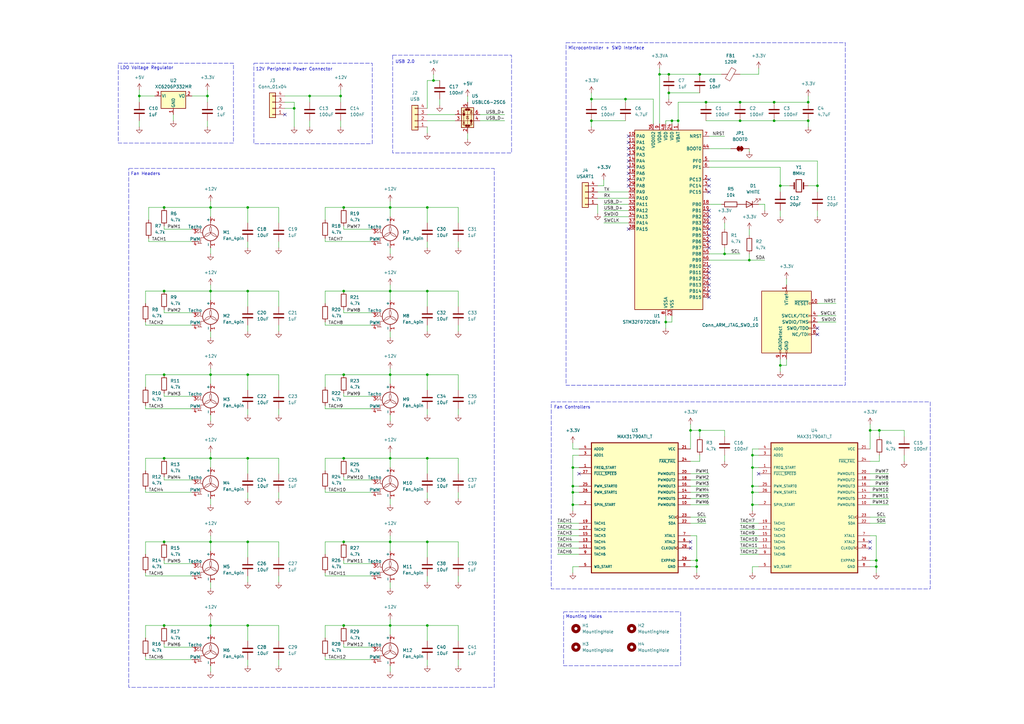
<source format=kicad_sch>
(kicad_sch (version 20231120) (generator "eeschema") (generator_version "8.0")
  (paper "A3")
  (title_block (title "OpenFanHub") (date "2024-08-04") (rev "0.1") (company "Rolando Rosales") (comment 1 "https://github.com/rolo-g/OpenFanHub"))
  (junction (at 160.02 222.25))
  (junction (at 308.61 199.39))
  (junction (at 67.31 256.54))
  (junction (at 297.18 104.14))
  (junction (at 278.13 49.53))
  (junction (at 359.41 229.87))
  (junction (at 320.04 76.2))
  (junction (at 242.57 40.64))
  (junction (at 86.36 153.67))
  (junction (at 289.56 41.91))
  (junction (at 139.7 39.37))
  (junction (at 101.6 187.96))
  (junction (at 86.36 187.96))
  (junction (at 335.28 76.2))
  (junction (at 140.97 187.96))
  (junction (at 67.31 153.67))
  (junction (at 175.26 256.54))
  (junction (at 140.97 222.25))
  (junction (at 274.32 38.1))
  (junction (at 308.61 207.01))
  (junction (at 308.61 201.93))
  (junction (at 140.97 119.38))
  (junction (at 283.21 176.53))
  (junction (at 234.95 191.77))
  (junction (at 331.47 49.53))
  (junction (at 160.02 187.96))
  (junction (at 308.61 191.77))
  (junction (at 140.97 256.54))
  (junction (at 101.6 119.38))
  (junction (at 120.65 44.45))
  (junction (at 234.95 201.93))
  (junction (at 67.31 119.38))
  (junction (at 175.26 153.67))
  (junction (at 85.09 39.37))
  (junction (at 287.02 30.48))
  (junction (at 308.61 186.69))
  (junction (at 140.97 153.67))
  (junction (at 234.95 199.39))
  (junction (at 256.54 40.64))
  (junction (at 175.26 222.25))
  (junction (at 303.53 49.53))
  (junction (at 175.26 85.09))
  (junction (at 101.6 153.67))
  (junction (at 175.26 187.96))
  (junction (at 275.59 49.53))
  (junction (at 160.02 119.38))
  (junction (at 57.15 39.37))
  (junction (at 86.36 119.38))
  (junction (at 101.6 85.09))
  (junction (at 175.26 119.38))
  (junction (at 67.31 85.09))
  (junction (at 320.04 149.86))
  (junction (at 86.36 256.54))
  (junction (at 67.31 222.25))
  (junction (at 86.36 85.09))
  (junction (at 270.51 30.48))
  (junction (at 67.31 187.96))
  (junction (at 177.8 33.02))
  (junction (at 331.47 41.91))
  (junction (at 234.95 207.01))
  (junction (at 242.57 49.53))
  (junction (at 303.53 41.91))
  (junction (at 360.68 176.53))
  (junction (at 140.97 85.09))
  (junction (at 359.41 232.41))
  (junction (at 273.05 132.08))
  (junction (at 285.75 232.41))
  (junction (at 307.34 106.68))
  (junction (at 86.36 222.25))
  (junction (at 317.5 49.53))
  (junction (at 285.75 229.87))
  (junction (at 317.5 41.91))
  (junction (at 127 39.37))
  (junction (at 160.02 85.09))
  (junction (at 101.6 256.54))
  (junction (at 160.02 153.67))
  (junction (at 101.6 222.25))
  (junction (at 356.87 176.53))
  (junction (at 160.02 256.54))
  (junction (at 274.32 30.48))
  (junction (at 287.02 176.53))
  (no_connect (at 335.28 137.16))
  (no_connect (at 290.83 116.84))
  (no_connect (at 257.81 58.42))
  (no_connect (at 290.83 99.06))
  (no_connect (at 356.87 222.25))
  (no_connect (at 257.81 66.04))
  (no_connect (at 257.81 76.2))
  (no_connect (at 290.83 86.36))
  (no_connect (at 257.81 60.96))
  (no_connect (at 356.87 224.79))
  (no_connect (at 257.81 73.66))
  (no_connect (at 290.83 119.38))
  (no_connect (at 290.83 114.3))
  (no_connect (at 290.83 101.6))
  (no_connect (at 290.83 109.22))
  (no_connect (at 257.81 68.58))
  (no_connect (at 290.83 111.76))
  (no_connect (at 290.83 78.74))
  (no_connect (at 257.81 71.12))
  (no_connect (at 290.83 121.92))
  (no_connect (at 290.83 91.44))
  (no_connect (at 290.83 96.52))
  (no_connect (at 290.83 73.66))
  (no_connect (at 116.84 46.99))
  (no_connect (at 257.81 93.98))
  (no_connect (at 335.28 134.62))
  (no_connect (at 283.21 224.79))
  (no_connect (at 311.15 194.31))
  (no_connect (at 290.83 88.9))
  (no_connect (at 257.81 63.5))
  (no_connect (at 237.49 194.31))
  (no_connect (at 290.83 76.2))
  (no_connect (at 257.81 55.88))
  (no_connect (at 283.21 222.25))
  (no_connect (at 290.83 93.98))
  (wire (pts (xy 228.6 227.33) (xy 237.49 227.33)))
  (wire (pts (xy 133.35 167.64) (xy 133.35 166.37)))
  (wire (pts (xy 187.96 133.35) (xy 187.96 135.89)))
  (wire (pts (xy 175.26 270.51) (xy 175.26 273.05)))
  (wire (pts (xy 308.61 191.77) (xy 308.61 199.39)))
  (wire (pts (xy 175.26 222.25) (xy 187.96 222.25)))
  (wire (pts (xy 86.36 85.09) (xy 101.6 85.09)))
  (wire (pts (xy 140.97 222.25) (xy 160.02 222.25)))
  (wire (pts (xy 331.47 49.53) (xy 331.47 52.07)))
  (wire (pts (xy 160.02 153.67) (xy 175.26 153.67)))
  (wire (pts (xy 191.77 39.37) (xy 191.77 41.91)))
  (wire (pts (xy 297.18 101.6) (xy 297.18 104.14)))
  (wire (pts (xy 234.95 181.61) (xy 234.95 184.15)))
  (wire (pts (xy 356.87 176.53) (xy 356.87 184.15)))
  (wire (pts (xy 133.35 99.06) (xy 133.35 97.79)))
  (wire (pts (xy 59.69 193.04) (xy 59.69 187.96)))
  (wire (pts (xy 175.26 201.93) (xy 175.26 204.47)))
  (wire (pts (xy 308.61 199.39) (xy 308.61 201.93)))
  (wire (pts (xy 331.47 76.2) (xy 335.28 76.2)))
  (wire (pts (xy 59.69 261.62) (xy 59.69 256.54)))
  (wire (pts (xy 308.61 201.93) (xy 308.61 207.01)))
  (wire (pts (xy 59.69 227.33) (xy 59.69 222.25)))
  (wire (pts (xy 127 41.91) (xy 127 39.37)))
  (wire (pts (xy 187.96 270.51) (xy 187.96 273.05)))
  (wire (pts (xy 308.61 201.93) (xy 311.15 201.93)))
  (wire (pts (xy 175.26 33.02) (xy 175.26 44.45)))
  (wire (pts (xy 78.74 39.37) (xy 85.09 39.37)))
  (wire (pts (xy 85.09 36.83) (xy 85.09 39.37)))
  (wire (pts (xy 320.04 86.36) (xy 320.04 88.9)))
  (wire (pts (xy 256.54 40.64) (xy 242.57 40.64)))
  (wire (pts (xy 86.36 85.09) (xy 86.36 88.9)))
  (wire (pts (xy 114.3 167.64) (xy 114.3 170.18)))
  (wire (pts (xy 287.02 30.48) (xy 295.91 30.48)))
  (wire (pts (xy 290.83 106.68) (xy 307.34 106.68)))
  (wire (pts (xy 101.6 153.67) (xy 114.3 153.67)))
  (wire (pts (xy 273.05 49.53) (xy 273.05 50.8)))
  (wire (pts (xy 114.3 270.51) (xy 114.3 273.05)))
  (wire (pts (xy 114.3 153.67) (xy 114.3 160.02)))
  (wire (pts (xy 140.97 85.09) (xy 160.02 85.09)))
  (wire (pts (xy 234.95 207.01) (xy 234.95 209.55)))
  (wire (pts (xy 313.69 83.82) (xy 313.69 86.36)))
  (wire (pts (xy 303.53 222.25) (xy 311.15 222.25)))
  (wire (pts (xy 160.02 119.38) (xy 175.26 119.38)))
  (wire (pts (xy 133.35 158.75) (xy 133.35 153.67)))
  (wire (pts (xy 140.97 231.14) (xy 152.4 231.14)))
  (wire (pts (xy 331.47 39.37) (xy 331.47 41.91)))
  (wire (pts (xy 234.95 199.39) (xy 234.95 201.93)))
  (wire (pts (xy 234.95 232.41) (xy 234.95 234.95)))
  (wire (pts (xy 101.6 119.38) (xy 101.6 125.73)))
  (wire (pts (xy 245.11 78.74) (xy 257.81 78.74)))
  (wire (pts (xy 234.95 191.77) (xy 237.49 191.77)))
  (wire (pts (xy 175.26 52.07) (xy 175.26 54.61)))
  (wire (pts (xy 67.31 162.56) (xy 78.74 162.56)))
  (wire (pts (xy 308.61 199.39) (xy 311.15 199.39)))
  (wire (pts (xy 133.35 193.04) (xy 133.35 187.96)))
  (wire (pts (xy 133.35 187.96) (xy 140.97 187.96)))
  (wire (pts (xy 297.18 179.07) (xy 297.18 176.53)))
  (wire (pts (xy 127 49.53) (xy 127 52.07)))
  (wire (pts (xy 114.3 222.25) (xy 114.3 228.6)))
  (wire (pts (xy 283.21 176.53) (xy 283.21 184.15)))
  (wire (pts (xy 303.53 41.91) (xy 317.5 41.91)))
  (wire (pts (xy 356.87 219.71) (xy 359.41 219.71)))
  (wire (pts (xy 86.36 187.96) (xy 101.6 187.96)))
  (wire (pts (xy 187.96 119.38) (xy 187.96 125.73)))
  (wire (pts (xy 140.97 187.96) (xy 160.02 187.96)))
  (wire (pts (xy 59.69 133.35) (xy 59.69 132.08)))
  (wire (pts (xy 308.61 184.15) (xy 308.61 186.69)))
  (wire (pts (xy 59.69 236.22) (xy 59.69 234.95)))
  (wire (pts (xy 86.36 222.25) (xy 86.36 226.06)))
  (wire (pts (xy 85.09 49.53) (xy 85.09 52.07)))
  (wire (pts (xy 356.87 173.99) (xy 356.87 176.53)))
  (wire (pts (xy 196.85 49.53) (xy 207.01 49.53)))
  (wire (pts (xy 356.87 207.01) (xy 364.49 207.01)))
  (wire (pts (xy 175.26 119.38) (xy 187.96 119.38)))
  (wire (pts (xy 114.3 256.54) (xy 114.3 262.89)))
  (wire (pts (xy 67.31 187.96) (xy 86.36 187.96)))
  (wire (pts (xy 283.21 214.63) (xy 289.56 214.63)))
  (wire (pts (xy 175.26 49.53) (xy 186.69 49.53)))
  (wire (pts (xy 322.58 114.3) (xy 322.58 116.84)))
  (wire (pts (xy 133.35 133.35) (xy 152.4 133.35)))
  (wire (pts (xy 140.97 93.98) (xy 152.4 93.98)))
  (wire (pts (xy 116.84 44.45) (xy 120.65 44.45)))
  (wire (pts (xy 303.53 224.79) (xy 311.15 224.79)))
  (wire (pts (xy 101.6 222.25) (xy 101.6 228.6)))
  (wire (pts (xy 139.7 39.37) (xy 139.7 36.83)))
  (wire (pts (xy 86.36 119.38) (xy 86.36 123.19)))
  (wire (pts (xy 267.97 50.8) (xy 267.97 40.64)))
  (wire (pts (xy 175.26 236.22) (xy 175.26 238.76)))
  (wire (pts (xy 307.34 93.98) (xy 307.34 96.52)))
  (wire (pts (xy 175.26 99.06) (xy 175.26 101.6)))
  (wire (pts (xy 160.02 254) (xy 160.02 256.54)))
  (wire (pts (xy 59.69 187.96) (xy 67.31 187.96)))
  (wire (pts (xy 67.31 127) (xy 67.31 128.27)))
  (wire (pts (xy 140.97 161.29) (xy 140.97 162.56)))
  (wire (pts (xy 228.6 219.71) (xy 237.49 219.71)))
  (wire (pts (xy 359.41 229.87) (xy 359.41 232.41)))
  (wire (pts (xy 308.61 191.77) (xy 311.15 191.77)))
  (wire (pts (xy 160.02 85.09) (xy 175.26 85.09)))
  (wire (pts (xy 307.34 106.68) (xy 313.69 106.68)))
  (wire (pts (xy 356.87 204.47) (xy 364.49 204.47)))
  (wire (pts (xy 101.6 85.09) (xy 114.3 85.09)))
  (wire (pts (xy 160.02 170.18) (xy 160.02 172.72)))
  (wire (pts (xy 274.32 30.48) (xy 287.02 30.48)))
  (wire (pts (xy 356.87 196.85) (xy 364.49 196.85)))
  (wire (pts (xy 297.18 176.53) (xy 287.02 176.53)))
  (wire (pts (xy 133.35 85.09) (xy 140.97 85.09)))
  (wire (pts (xy 320.04 149.86) (xy 322.58 149.86)))
  (wire (pts (xy 303.53 30.48) (xy 311.15 30.48)))
  (wire (pts (xy 247.65 76.2) (xy 247.65 73.66)))
  (wire (pts (xy 273.05 134.62) (xy 273.05 132.08)))
  (wire (pts (xy 287.02 176.53) (xy 287.02 179.07)))
  (wire (pts (xy 101.6 187.96) (xy 114.3 187.96)))
  (wire (pts (xy 67.31 93.98) (xy 78.74 93.98)))
  (wire (pts (xy 160.02 85.09) (xy 160.02 88.9)))
  (wire (pts (xy 356.87 176.53) (xy 360.68 176.53)))
  (wire (pts (xy 307.34 62.23) (xy 307.34 60.96)))
  (wire (pts (xy 278.13 41.91) (xy 278.13 49.53)))
  (wire (pts (xy 101.6 133.35) (xy 101.6 135.89)))
  (wire (pts (xy 133.35 90.17) (xy 133.35 85.09)))
  (wire (pts (xy 308.61 207.01) (xy 308.61 209.55)))
  (wire (pts (xy 242.57 38.1) (xy 242.57 40.64)))
  (wire (pts (xy 335.28 66.04) (xy 335.28 76.2)))
  (wire (pts (xy 86.36 273.05) (xy 86.36 275.59)))
  (wire (pts (xy 187.96 222.25) (xy 187.96 228.6)))
  (wire (pts (xy 116.84 39.37) (xy 127 39.37)))
  (wire (pts (xy 283.21 199.39) (xy 290.83 199.39)))
  (wire (pts (xy 175.26 119.38) (xy 175.26 125.73)))
  (wire (pts (xy 140.97 229.87) (xy 140.97 231.14)))
  (wire (pts (xy 133.35 119.38) (xy 140.97 119.38)))
  (wire (pts (xy 187.96 153.67) (xy 187.96 160.02)))
  (wire (pts (xy 285.75 232.41) (xy 285.75 234.95)))
  (wire (pts (xy 133.35 227.33) (xy 133.35 222.25)))
  (wire (pts (xy 283.21 194.31) (xy 290.83 194.31)))
  (wire (pts (xy 67.31 195.58) (xy 67.31 196.85)))
  (wire (pts (xy 234.95 201.93) (xy 237.49 201.93)))
  (wire (pts (xy 67.31 161.29) (xy 67.31 162.56)))
  (wire (pts (xy 247.65 91.44) (xy 257.81 91.44)))
  (wire (pts (xy 297.18 186.69) (xy 297.18 189.23)))
  (wire (pts (xy 57.15 36.83) (xy 57.15 39.37)))
  (wire (pts (xy 140.97 196.85) (xy 152.4 196.85)))
  (wire (pts (xy 67.31 92.71) (xy 67.31 93.98)))
  (wire (pts (xy 59.69 153.67) (xy 67.31 153.67)))
  (wire (pts (xy 177.8 33.02) (xy 175.26 33.02)))
  (wire (pts (xy 160.02 119.38) (xy 160.02 123.19)))
  (wire (pts (xy 228.6 224.79) (xy 237.49 224.79)))
  (wire (pts (xy 317.5 41.91) (xy 331.47 41.91)))
  (wire (pts (xy 356.87 214.63) (xy 363.22 214.63)))
  (wire (pts (xy 133.35 222.25) (xy 140.97 222.25)))
  (wire (pts (xy 139.7 41.91) (xy 139.7 39.37)))
  (wire (pts (xy 247.65 86.36) (xy 257.81 86.36)))
  (wire (pts (xy 57.15 39.37) (xy 63.5 39.37)))
  (wire (pts (xy 133.35 124.46) (xy 133.35 119.38)))
  (wire (pts (xy 59.69 201.93) (xy 59.69 200.66)))
  (wire (pts (xy 160.02 256.54) (xy 160.02 260.35)))
  (wire (pts (xy 101.6 222.25) (xy 114.3 222.25)))
  (wire (pts (xy 356.87 199.39) (xy 364.49 199.39)))
  (wire (pts (xy 67.31 229.87) (xy 67.31 231.14)))
  (wire (pts (xy 187.96 99.06) (xy 187.96 101.6)))
  (wire (pts (xy 283.21 176.53) (xy 287.02 176.53)))
  (wire (pts (xy 101.6 85.09) (xy 101.6 91.44)))
  (wire (pts (xy 160.02 187.96) (xy 160.02 191.77)))
  (wire (pts (xy 120.65 44.45) (xy 120.65 41.91)))
  (wire (pts (xy 187.96 236.22) (xy 187.96 238.76)))
  (wire (pts (xy 285.75 229.87) (xy 285.75 232.41)))
  (wire (pts (xy 160.02 273.05) (xy 160.02 275.59)))
  (wire (pts (xy 160.02 185.42) (xy 160.02 187.96)))
  (wire (pts (xy 140.97 92.71) (xy 140.97 93.98)))
  (wire (pts (xy 140.97 128.27) (xy 152.4 128.27)))
  (wire (pts (xy 101.6 270.51) (xy 101.6 273.05)))
  (wire (pts (xy 283.21 232.41) (xy 285.75 232.41)))
  (wire (pts (xy 133.35 270.51) (xy 133.35 269.24)))
  (wire (pts (xy 270.51 30.48) (xy 274.32 30.48)))
  (wire (pts (xy 59.69 119.38) (xy 67.31 119.38)))
  (wire (pts (xy 86.36 222.25) (xy 101.6 222.25)))
  (wire (pts (xy 85.09 39.37) (xy 85.09 41.91)))
  (wire (pts (xy 114.3 236.22) (xy 114.3 238.76)))
  (wire (pts (xy 290.83 60.96) (xy 299.72 60.96)))
  (wire (pts (xy 86.36 185.42) (xy 86.36 187.96)))
  (wire (pts (xy 60.96 99.06) (xy 60.96 97.79)))
  (wire (pts (xy 67.31 153.67) (xy 86.36 153.67)))
  (wire (pts (xy 101.6 99.06) (xy 101.6 101.6)))
  (wire (pts (xy 196.85 46.99) (xy 207.01 46.99)))
  (wire (pts (xy 133.35 153.67) (xy 140.97 153.67)))
  (wire (pts (xy 133.35 167.64) (xy 152.4 167.64)))
  (wire (pts (xy 67.31 222.25) (xy 86.36 222.25)))
  (wire (pts (xy 60.96 85.09) (xy 67.31 85.09)))
  (wire (pts (xy 308.61 186.69) (xy 308.61 191.77)))
  (wire (pts (xy 133.35 261.62) (xy 133.35 256.54)))
  (wire (pts (xy 356.87 232.41) (xy 359.41 232.41)))
  (wire (pts (xy 320.04 149.86) (xy 320.04 152.4)))
  (wire (pts (xy 67.31 264.16) (xy 67.31 265.43)))
  (wire (pts (xy 101.6 119.38) (xy 114.3 119.38)))
  (wire (pts (xy 133.35 201.93) (xy 152.4 201.93)))
  (wire (pts (xy 320.04 68.58) (xy 320.04 76.2)))
  (wire (pts (xy 67.31 231.14) (xy 78.74 231.14)))
  (wire (pts (xy 67.31 265.43) (xy 78.74 265.43)))
  (wire (pts (xy 335.28 129.54) (xy 342.9 129.54)))
  (wire (pts (xy 86.36 119.38) (xy 101.6 119.38)))
  (wire (pts (xy 234.95 184.15) (xy 237.49 184.15)))
  (wire (pts (xy 101.6 201.93) (xy 101.6 204.47)))
  (wire (pts (xy 57.15 52.07) (xy 57.15 49.53)))
  (wire (pts (xy 234.95 191.77) (xy 234.95 199.39)))
  (wire (pts (xy 303.53 49.53) (xy 317.5 49.53)))
  (wire (pts (xy 283.21 219.71) (xy 285.75 219.71)))
  (wire (pts (xy 133.35 201.93) (xy 133.35 200.66)))
  (wire (pts (xy 356.87 212.09) (xy 363.22 212.09)))
  (wire (pts (xy 140.97 265.43) (xy 152.4 265.43)))
  (wire (pts (xy 86.36 135.89) (xy 86.36 138.43)))
  (wire (pts (xy 274.32 38.1) (xy 274.32 40.64)))
  (wire (pts (xy 308.61 207.01) (xy 311.15 207.01)))
  (wire (pts (xy 290.83 55.88) (xy 297.18 55.88)))
  (wire (pts (xy 247.65 83.82) (xy 257.81 83.82)))
  (wire (pts (xy 335.28 132.08) (xy 342.9 132.08)))
  (wire (pts (xy 114.3 85.09) (xy 114.3 91.44)))
  (wire (pts (xy 303.53 227.33) (xy 311.15 227.33)))
  (wire (pts (xy 335.28 76.2) (xy 335.28 78.74)))
  (wire (pts (xy 86.36 116.84) (xy 86.36 119.38)))
  (wire (pts (xy 175.26 85.09) (xy 175.26 91.44)))
  (wire (pts (xy 289.56 49.53) (xy 303.53 49.53)))
  (wire (pts (xy 187.96 187.96) (xy 187.96 194.31)))
  (wire (pts (xy 140.97 153.67) (xy 160.02 153.67)))
  (wire (pts (xy 242.57 49.53) (xy 256.54 49.53)))
  (wire (pts (xy 297.18 104.14) (xy 303.53 104.14)))
  (wire (pts (xy 175.26 153.67) (xy 175.26 160.02)))
  (wire (pts (xy 323.85 76.2) (xy 320.04 76.2)))
  (wire (pts (xy 160.02 82.55) (xy 160.02 85.09)))
  (wire (pts (xy 101.6 256.54) (xy 101.6 262.89)))
  (wire (pts (xy 67.31 256.54) (xy 86.36 256.54)))
  (wire (pts (xy 187.96 85.09) (xy 187.96 91.44)))
  (wire (pts (xy 303.53 219.71) (xy 311.15 219.71)))
  (wire (pts (xy 86.36 238.76) (xy 86.36 241.3)))
  (wire (pts (xy 234.95 207.01) (xy 237.49 207.01)))
  (wire (pts (xy 237.49 232.41) (xy 234.95 232.41)))
  (wire (pts (xy 275.59 129.54) (xy 275.59 132.08)))
  (wire (pts (xy 140.97 195.58) (xy 140.97 196.85)))
  (wire (pts (xy 160.02 222.25) (xy 175.26 222.25)))
  (wire (pts (xy 86.36 151.13) (xy 86.36 153.67)))
  (wire (pts (xy 120.65 52.07) (xy 120.65 44.45)))
  (wire (pts (xy 133.35 133.35) (xy 133.35 132.08)))
  (wire (pts (xy 133.35 256.54) (xy 140.97 256.54)))
  (wire (pts (xy 67.31 119.38) (xy 86.36 119.38)))
  (wire (pts (xy 140.97 264.16) (xy 140.97 265.43)))
  (wire (pts (xy 360.68 176.53) (xy 370.84 176.53)))
  (wire (pts (xy 267.97 40.64) (xy 256.54 40.64)))
  (wire (pts (xy 307.34 104.14) (xy 307.34 106.68)))
  (wire (pts (xy 359.41 232.41) (xy 359.41 234.95)))
  (wire (pts (xy 234.95 186.69) (xy 234.95 191.77)))
  (wire (pts (xy 86.36 153.67) (xy 101.6 153.67)))
  (wire (pts (xy 59.69 124.46) (xy 59.69 119.38)))
  (wire (pts (xy 270.51 27.94) (xy 270.51 30.48)))
  (wire (pts (xy 86.36 219.71) (xy 86.36 222.25)))
  (wire (pts (xy 177.8 33.02) (xy 180.34 33.02)))
  (wire (pts (xy 59.69 167.64) (xy 78.74 167.64)))
  (wire (pts (xy 160.02 101.6) (xy 160.02 104.14)))
  (wire (pts (xy 101.6 153.67) (xy 101.6 160.02)))
  (wire (pts (xy 335.28 124.46) (xy 342.9 124.46)))
  (wire (pts (xy 175.26 153.67) (xy 187.96 153.67)))
  (wire (pts (xy 160.02 187.96) (xy 175.26 187.96)))
  (wire (pts (xy 191.77 57.15) (xy 191.77 54.61)))
  (wire (pts (xy 160.02 151.13) (xy 160.02 153.67)))
  (wire (pts (xy 86.36 170.18) (xy 86.36 172.72)))
  (wire (pts (xy 187.96 256.54) (xy 187.96 262.89)))
  (wire (pts (xy 320.04 147.32) (xy 320.04 149.86)))
  (wire (pts (xy 59.69 222.25) (xy 67.31 222.25)))
  (wire (pts (xy 234.95 199.39) (xy 237.49 199.39)))
  (wire (pts (xy 283.21 212.09) (xy 289.56 212.09)))
  (wire (pts (xy 237.49 186.69) (xy 234.95 186.69)))
  (wire (pts (xy 60.96 99.06) (xy 78.74 99.06)))
  (wire (pts (xy 356.87 189.23) (xy 360.68 189.23)))
  (wire (pts (xy 275.59 49.53) (xy 275.59 50.8)))
  (wire (pts (xy 160.02 219.71) (xy 160.02 222.25)))
  (wire (pts (xy 86.36 153.67) (xy 86.36 157.48)))
  (wire (pts (xy 283.21 189.23) (xy 287.02 189.23)))
  (wire (pts (xy 228.6 222.25) (xy 237.49 222.25)))
  (wire (pts (xy 187.96 201.93) (xy 187.96 204.47)))
  (wire (pts (xy 283.21 196.85) (xy 290.83 196.85)))
  (wire (pts (xy 308.61 232.41) (xy 311.15 232.41)))
  (wire (pts (xy 283.21 204.47) (xy 290.83 204.47)))
  (wire (pts (xy 283.21 229.87) (xy 285.75 229.87)))
  (wire (pts (xy 356.87 194.31) (xy 364.49 194.31)))
  (wire (pts (xy 245.11 76.2) (xy 247.65 76.2)))
  (wire (pts (xy 356.87 229.87) (xy 359.41 229.87)))
  (wire (pts (xy 133.35 99.06) (xy 152.4 99.06)))
  (wire (pts (xy 139.7 49.53) (xy 139.7 52.07)))
  (wire (pts (xy 67.31 85.09) (xy 86.36 85.09)))
  (wire (pts (xy 101.6 187.96) (xy 101.6 194.31)))
  (wire (pts (xy 370.84 186.69) (xy 370.84 189.23)))
  (wire (pts (xy 133.35 236.22) (xy 152.4 236.22)))
  (wire (pts (xy 67.31 196.85) (xy 78.74 196.85)))
  (wire (pts (xy 242.57 49.53) (xy 242.57 52.07)))
  (wire (pts (xy 140.97 256.54) (xy 160.02 256.54)))
  (wire (pts (xy 287.02 189.23) (xy 287.02 186.69)))
  (wire (pts (xy 228.6 217.17) (xy 237.49 217.17)))
  (wire (pts (xy 67.31 128.27) (xy 78.74 128.27)))
  (wire (pts (xy 59.69 256.54) (xy 67.31 256.54)))
  (wire (pts (xy 59.69 133.35) (xy 78.74 133.35)))
  (wire (pts (xy 270.51 50.8) (xy 270.51 30.48)))
  (wire (pts (xy 140.97 127) (xy 140.97 128.27)))
  (wire (pts (xy 234.95 201.93) (xy 234.95 207.01)))
  (wire (pts (xy 311.15 30.48) (xy 311.15 27.94)))
  (wire (pts (xy 116.84 41.91) (xy 120.65 41.91)))
  (wire (pts (xy 274.32 38.1) (xy 287.02 38.1)))
  (wire (pts (xy 175.26 85.09) (xy 187.96 85.09)))
  (wire (pts (xy 60.96 90.17) (xy 60.96 85.09)))
  (wire (pts (xy 71.12 46.99) (xy 71.12 49.53)))
  (wire (pts (xy 289.56 41.91) (xy 303.53 41.91)))
  (wire (pts (xy 175.26 167.64) (xy 175.26 170.18)))
  (wire (pts (xy 360.68 189.23) (xy 360.68 186.69)))
  (wire (pts (xy 59.69 167.64) (xy 59.69 166.37)))
  (wire (pts (xy 273.05 129.54) (xy 273.05 132.08)))
  (wire (pts (xy 114.3 187.96) (xy 114.3 194.31)))
  (wire (pts (xy 127 39.37) (xy 139.7 39.37)))
  (wire (pts (xy 228.6 214.63) (xy 237.49 214.63)))
  (wire (pts (xy 101.6 167.64) (xy 101.6 170.18)))
  (wire (pts (xy 247.65 88.9) (xy 257.81 88.9)))
  (wire (pts (xy 273.05 49.53) (xy 275.59 49.53)))
  (wire (pts (xy 160.02 256.54) (xy 175.26 256.54)))
  (wire (pts (xy 256.54 40.64) (xy 256.54 41.91)))
  (wire (pts (xy 370.84 179.07) (xy 370.84 176.53)))
  (wire (pts (xy 133.35 236.22) (xy 133.35 234.95)))
  (wire (pts (xy 283.21 201.93) (xy 290.83 201.93)))
  (wire (pts (xy 114.3 119.38) (xy 114.3 125.73)))
  (wire (pts (xy 359.41 219.71) (xy 359.41 229.87)))
  (wire (pts (xy 160.02 153.67) (xy 160.02 157.48)))
  (wire (pts (xy 114.3 201.93) (xy 114.3 204.47)))
  (wire (pts (xy 160.02 238.76) (xy 160.02 241.3)))
  (wire (pts (xy 175.26 256.54) (xy 187.96 256.54)))
  (wire (pts (xy 140.97 162.56) (xy 152.4 162.56)))
  (wire (pts (xy 242.57 40.64) (xy 242.57 41.91)))
  (wire (pts (xy 86.36 256.54) (xy 86.36 260.35)))
  (wire (pts (xy 86.36 187.96) (xy 86.36 191.77)))
  (wire (pts (xy 175.26 133.35) (xy 175.26 135.89)))
  (wire (pts (xy 59.69 270.51) (xy 59.69 269.24)))
  (wire (pts (xy 133.35 270.51) (xy 152.4 270.51)))
  (wire (pts (xy 175.26 46.99) (xy 186.69 46.99)))
  (wire (pts (xy 59.69 201.93) (xy 78.74 201.93)))
  (wire (pts (xy 175.26 187.96) (xy 187.96 187.96)))
  (wire (pts (xy 140.97 119.38) (xy 160.02 119.38)))
  (wire (pts (xy 303.53 214.63) (xy 311.15 214.63)))
  (wire (pts (xy 303.53 217.17) (xy 311.15 217.17)))
  (wire (pts (xy 177.8 30.48) (xy 177.8 33.02)))
  (wire (pts (xy 311.15 83.82) (xy 313.69 83.82)))
  (wire (pts (xy 289.56 41.91) (xy 278.13 41.91)))
  (wire (pts (xy 86.36 204.47) (xy 86.36 207.01)))
  (wire (pts (xy 360.68 176.53) (xy 360.68 179.07)))
  (wire (pts (xy 283.21 207.01) (xy 290.83 207.01)))
  (wire (pts (xy 160.02 116.84) (xy 160.02 119.38)))
  (wire (pts (xy 175.26 187.96) (xy 175.26 194.31)))
  (wire (pts (xy 114.3 133.35) (xy 114.3 135.89)))
  (wire (pts (xy 308.61 234.95) (xy 308.61 232.41)))
  (wire (pts (xy 311.15 186.69) (xy 308.61 186.69)))
  (wire (pts (xy 290.83 66.04) (xy 335.28 66.04)))
  (wire (pts (xy 290.83 83.82) (xy 295.91 83.82)))
  (wire (pts (xy 57.15 39.37) (xy 57.15 41.91)))
  (wire (pts (xy 285.75 219.71) (xy 285.75 229.87)))
  (wire (pts (xy 311.15 184.15) (xy 308.61 184.15)))
  (wire (pts (xy 59.69 270.51) (xy 78.74 270.51)))
  (wire (pts (xy 160.02 135.89) (xy 160.02 138.43)))
  (wire (pts (xy 278.13 49.53) (xy 278.13 50.8)))
  (wire (pts (xy 86.36 101.6) (xy 86.36 104.14)))
  (wire (pts (xy 245.11 81.28) (xy 257.81 81.28)))
  (wire (pts (xy 273.05 132.08) (xy 275.59 132.08)))
  (wire (pts (xy 356.87 201.93) (xy 364.49 201.93)))
  (wire (pts (xy 86.36 254) (xy 86.36 256.54)))
  (wire (pts (xy 59.69 236.22) (xy 78.74 236.22)))
  (wire (pts (xy 283.21 173.99) (xy 283.21 176.53)))
  (wire (pts (xy 320.04 76.2) (xy 320.04 78.74)))
  (wire (pts (xy 175.26 256.54) (xy 175.26 262.89)))
  (wire (pts (xy 187.96 167.64) (xy 187.96 170.18)))
  (wire (pts (xy 101.6 256.54) (xy 114.3 256.54)))
  (wire (pts (xy 245.11 87.63) (xy 245.11 83.82)))
  (wire (pts (xy 290.83 104.14) (xy 297.18 104.14)))
  (wire (pts (xy 175.26 222.25) (xy 175.26 228.6)))
  (wire (pts (xy 86.36 256.54) (xy 101.6 256.54)))
  (wire (pts (xy 160.02 204.47) (xy 160.02 207.01)))
  (wire (pts (xy 160.02 222.25) (xy 160.02 226.06)))
  (wire (pts (xy 297.18 91.44) (xy 297.18 93.98)))
  (wire (pts (xy 335.28 86.36) (xy 335.28 88.9)))
  (wire (pts (xy 322.58 149.86) (xy 322.58 147.32)))
  (wire (pts (xy 114.3 99.06) (xy 114.3 101.6)))
  (wire (pts (xy 290.83 68.58) (xy 320.04 68.58)))
  (wire (pts (xy 180.34 40.64) (xy 180.34 43.18)))
  (wire (pts (xy 317.5 49.53) (xy 331.47 49.53)))
  (wire (pts (xy 101.6 236.22) (xy 101.6 238.76)))
  (wire (pts (xy 275.59 49.53) (xy 278.13 49.53)))
  (wire (pts (xy 59.69 158.75) (xy 59.69 153.67)))
  (wire (pts (xy 86.36 82.55) (xy 86.36 85.09)))
  (rectangle (start 226.06 164.846) (end 381.508 241.554) (stroke (width 0) (type dash)))
  (rectangle (start 231.14 250.952) (end 279.146 273.05) (stroke (width 0) (type dash)))
  (rectangle (start 232.156 17.526) (end 346.71 157.988) (stroke (width 0) (type dash)))
  (rectangle (start 161.036 22.606) (end 209.804 62.738) (stroke (width 0) (type dash)))
  (rectangle (start 48.514 25.908) (end 95.758 58.674) (stroke (width 0) (type dash)))
  (rectangle (start 52.832 69.088) (end 202.692 281.94) (stroke (width 0) (type dash)))
  (rectangle (start 104.14 25.908) (end 152.654 58.928) (stroke (width 0) (type dash)))
  (text "USB 2.0\n" (at 166.116 25.4 0) (effects (font (size 1.27 1.27))))
  (text "12V Peripheral Power Connector" (at 120.65 28.448 0) (effects (font (size 1.27 1.27))))
  (text "Fan Headers" (at 59.69 71.374 0) (effects (font (size 1.27 1.27))))
  (text "Mounting Holes" (at 239.522 252.984 0) (effects (font (size 1.27 1.27))))
  (text "LDO Voltage Regulator" (at 60.198 27.94 0) (effects (font (size 1.27 1.27))))
  (text "Microcontroller + SWD Interface" (at 248.666 19.812 0) (effects (font (size 1.27 1.27))))
  (text "Fan Controllers" (at 234.696 167.132 0) (effects (font (size 1.27 1.27))))
  (label "USB_D+" (at 207.01 46.99 180))
  (label "PWM6" (at 290.83 207.01 180))
  (label "PWM3" (at 290.83 199.39 180))
  (label "PWM1" (at 68.58 93.98 0))
  (label "USB_D-" (at 207.01 49.53 180))
  (label "TACH4" (at 228.6 222.25 0))
  (label "SWDIO" (at 247.65 88.9 0))
  (label "PWM5" (at 68.58 231.14 0))
  (label "SWCLK" (at 247.65 91.44 0))
  (label "SWCLK" (at 342.9 129.54 180))
  (label "TACH7" (at 134.62 99.06 0))
  (label "USB_D-" (at 247.65 83.82 0))
  (label "SCL" (at 363.22 212.09 180))
  (label "PWM10" (at 142.24 196.85 0))
  (label "PWM10" (at 364.49 201.93 180))
  (label "TACH9" (at 134.62 167.64 0))
  (label "PWM9" (at 142.24 162.56 0))
  (label "SCL" (at 289.56 212.09 180))
  (label "TACH10" (at 303.53 222.25 0))
  (label "PWM2" (at 68.58 128.27 0))
  (label "TACH11" (at 303.53 224.79 0))
  (label "PWM12" (at 142.24 265.43 0))
  (label "TACH1" (at 228.6 214.63 0))
  (label "PWM12" (at 364.49 207.01 180))
  (label "PWM5" (at 290.83 204.47 180))
  (label "TACH1" (at 62.23 99.06 0))
  (label "TACH12" (at 303.53 227.33 0))
  (label "SDA" (at 363.22 214.63 180))
  (label "TACH11" (at 134.62 236.22 0))
  (label "USB_D+" (at 247.65 86.36 0))
  (label "RX" (at 247.65 81.28 0))
  (label "PWM8" (at 142.24 128.27 0))
  (label "PWM1" (at 290.83 194.31 180))
  (label "SDA" (at 289.56 214.63 180))
  (label "PWM2" (at 290.83 196.85 180))
  (label "TACH8" (at 134.62 133.35 0))
  (label "NRST" (at 342.9 124.46 180))
  (label "PWM8" (at 364.49 196.85 180))
  (label "SWDIO" (at 342.9 132.08 180))
  (label "PWM6" (at 68.58 265.43 0))
  (label "PWM4" (at 290.83 201.93 180))
  (label "SDA" (at 313.69 106.68 180))
  (label "TACH2" (at 60.96 133.35 0))
  (label "TACH6" (at 228.6 227.33 0))
  (label "PWM11" (at 142.24 231.14 0))
  (label "TACH10" (at 134.62 201.93 0))
  (label "NRST" (at 297.18 55.88 180))
  (label "TX" (at 247.65 78.74 0))
  (label "TACH5" (at 60.96 236.22 0))
  (label "TACH9" (at 303.53 219.71 0))
  (label "TACH12" (at 134.62 270.51 0))
  (label "PWM7" (at 142.24 93.98 0))
  (label "TACH6" (at 60.96 270.51 0))
  (label "TACH5" (at 228.6 224.79 0))
  (label "PWM9" (at 364.49 199.39 180))
  (label "PWM3" (at 68.58 162.56 0))
  (label "TACH2" (at 228.6 217.17 0))
  (label "PWM4" (at 68.58 196.85 0))
  (label "TACH3" (at 60.96 167.64 0))
  (label "SCL" (at 303.53 104.14 180))
  (label "PWM11" (at 364.49 204.47 180))
  (label "TACH3" (at 228.6 219.71 0))
  (label "TACH4" (at 60.96 201.93 0))
  (label "TACH7" (at 303.53 214.63 0))
  (label "PWM7" (at 364.49 194.31 180))
  (label "TACH8" (at 303.53 217.17 0))
  (symbol (lib_id "power:GND") (at 114.3 135.89 0) (unit 1)
    (property "Reference" "#PWR050" (effects (hide yes)))
    (property "Value" "GND" (effects (hide yes)))
    (property "Description" "Power symbol creates a global label with name \"GND\" , ground" (effects (hide yes)))
  )
  (symbol (lib_id "Device:C") (at 175.26 198.12 0) (unit 1)
    (property "Reference" "C36" (at 179.07 196.8499 0) (effects (justify left)))
    (property "Value" "10uF" (at 179.07 199.3899 0) (effects (justify left)))
    (property "Footprint" "Capacitor_SMD:C_0805_2012Metric" (effects (hide yes)))
    (property "Description" "Unpolarized capacitor" (effects (hide yes)))
  )
  (symbol (lib_id "Device:R") (at 67.31 157.48 0) (unit 1)
    (property "Reference" "R11" (at 69.85 156.2099 0) (effects (justify left)))
    (property "Value" "4.7k" (at 69.85 158.7499 0) (effects (justify left)))
    (property "Footprint" "Resistor_SMD:R_0603_1608Metric" (effects (hide yes)))
    (property "Description" "Resistor" (effects (hide yes)))
  )
  (symbol (lib_id "Device:R") (at 287.02 182.88 0) (unit 1)
    (property "Reference" "R3" (at 289.56 181.6099 0) (effects (justify left)))
    (property "Value" "4.7k" (at 289.56 184.1499 0) (effects (justify left)))
    (property "Footprint" "Resistor_SMD:R_0603_1608Metric" (effects (hide yes)))
    (property "Description" "Resistor" (effects (hide yes)))
  )
  (symbol (lib_id "Mechanical:MountingHole") (at 259.08 265.43 0) (unit 1) (exclude_from_sim yes) (in_bom no)
    (property "Reference" "H4" (at 261.62 264.1599 0) (effects (justify left)))
    (property "Value" "MountingHole" (at 261.62 266.6999 0) (effects (justify left)))
    (property "Footprint" "MountingHole:MountingHole_2.2mm_M2" (effects (hide yes)))
    (property "Description" "Mounting Hole without connection" (effects (hide yes)))
  )
  (symbol (lib_id "Device:R") (at 59.69 196.85 0) (unit 1)
    (property "Reference" "R12" (at 62.23 195.5799 0) (effects (justify left)))
    (property "Value" "4.7k" (at 62.23 198.1199 0) (effects (justify left)))
    (property "Footprint" "Resistor_SMD:R_0603_1608Metric" (effects (hide yes)))
    (property "Description" "Resistor" (effects (hide yes)))
  )
  (symbol (lib_id "Device:C") (at 320.04 82.55 0) (unit 1)
    (property "Reference" "C12" (at 323.85 81.2799 0) (effects (justify left)))
    (property "Value" "20pF" (at 323.85 83.8199 0) (effects (justify left)))
    (property "Footprint" "Capacitor_SMD:C_0603_1608Metric" (effects (hide yes)))
    (property "Description" "Unpolarized capacitor" (effects (hide yes)))
  )
  (symbol (lib_id "Device:C") (at 187.96 163.83 0) (unit 1)
    (property "Reference" "C35" (at 191.77 162.5599 0) (effects (justify left)))
    (property "Value" "1uF" (at 191.77 165.0999 0) (effects (justify left)))
    (property "Footprint" "Capacitor_SMD:C_0603_1608Metric" (effects (hide yes)))
    (property "Description" "Unpolarized capacitor" (effects (hide yes)))
  )
  (symbol (lib_id "power:GND") (at 175.26 101.6 0) (unit 1)
    (property "Reference" "#PWR069" (effects (hide yes)))
    (property "Value" "GND" (effects (hide yes)))
    (property "Description" "Power symbol creates a global label with name \"GND\" , ground" (effects (hide yes)))
  )
  (symbol (lib_id "Motor:Fan_4pin") (at 86.36 130.81 0) (unit 1)
    (property "Reference" "M2" (at 91.44 129.5399 0) (effects (justify left)))
    (property "Value" "Fan_4pin" (at 91.44 132.0799 0) (effects (justify left)))
    (property "Footprint" "Connector:FanPinHeader_1x04_P2.54mm_Vertical" (effects (hide yes)))
    (property "Datasheet" "http://www.formfactors.org/developer%5Cspecs%5Crev1_2_public.pdf" (effects (hide yes)))
    (property "Description" "Fan, tacho output, PWM input, 4-pin connector" (effects (hide yes)))
  )
  (symbol (lib_id "power:+12V") (at 86.36 219.71 0) (unit 1)
    (property "Reference" "#PWR059" (effects (hide yes)))
    (property "Value" "+12V" (at 86.36 214.63 0))
    (property "Description" "Power symbol creates a global label with name \"+12V\"" (effects (hide yes)))
  )
  (symbol (lib_id "Device:R") (at 140.97 123.19 0) (unit 1)
    (property "Reference" "R21" (at 143.51 121.9199 0) (effects (justify left)))
    (property "Value" "4.7k" (at 143.51 124.4599 0) (effects (justify left)))
    (property "Footprint" "Resistor_SMD:R_0603_1608Metric" (effects (hide yes)))
    (property "Description" "Resistor" (effects (hide yes)))
  )
  (symbol (lib_id "Motor:Fan_4pin") (at 160.02 165.1 0) (unit 1)
    (property "Reference" "M9" (at 165.1 163.8299 0) (effects (justify left)))
    (property "Value" "Fan_4pin" (at 165.1 166.3699 0) (effects (justify left)))
    (property "Footprint" "Connector:FanPinHeader_1x04_P2.54mm_Vertical" (effects (hide yes)))
    (property "Datasheet" "http://www.formfactors.org/developer%5Cspecs%5Crev1_2_public.pdf" (effects (hide yes)))
    (property "Description" "Fan, tacho output, PWM input, 4-pin connector" (effects (hide yes)))
  )
  (symbol (lib_id "power:GND") (at 308.61 209.55 0) (unit 1)
    (property "Reference" "#PWR032" (effects (hide yes)))
    (property "Value" "GND" (effects (hide yes)))
    (property "Description" "Power symbol creates a global label with name \"GND\" , ground" (effects (hide yes)))
  )
  (symbol (lib_id "Device:R") (at 133.35 128.27 0) (unit 1)
    (property "Reference" "R20" (at 135.89 126.9999 0) (effects (justify left)))
    (property "Value" "4.7k" (at 135.89 129.5399 0) (effects (justify left)))
    (property "Footprint" "Resistor_SMD:R_0603_1608Metric" (effects (hide yes)))
    (property "Description" "Resistor" (effects (hide yes)))
  )
  (symbol (lib_id "power:GND") (at 175.26 54.61 0) (unit 1)
    (property "Reference" "#PWR023" (effects (hide yes)))
    (property "Value" "GND" (effects (hide yes)))
    (property "Description" "Power symbol creates a global label with name \"GND\" , ground" (effects (hide yes)))
  )
  (symbol (lib_id "Device:C") (at 114.3 163.83 0) (unit 1)
    (property "Reference" "C23" (at 118.11 162.5599 0) (effects (justify left)))
    (property "Value" "1uF" (at 118.11 165.0999 0) (effects (justify left)))
    (property "Footprint" "Capacitor_SMD:C_0603_1608Metric" (effects (hide yes)))
    (property "Description" "Unpolarized capacitor" (effects (hide yes)))
  )
  (symbol (lib_id "Motor:Fan_4pin") (at 160.02 199.39 0) (unit 1)
    (property "Reference" "M10" (at 165.1 198.1199 0) (effects (justify left)))
    (property "Value" "Fan_4pin" (at 165.1 200.6599 0) (effects (justify left)))
    (property "Footprint" "Connector:FanPinHeader_1x04_P2.54mm_Vertical" (effects (hide yes)))
    (property "Datasheet" "http://www.formfactors.org/developer%5Cspecs%5Crev1_2_public.pdf" (effects (hide yes)))
    (property "Description" "Fan, tacho output, PWM input, 4-pin connector" (effects (hide yes)))
  )
  (symbol (lib_id "power:GND") (at 307.34 62.23 0) (unit 1)
    (property "Reference" "#PWR042" (effects (hide yes)))
    (property "Value" "GND" (effects (hide yes)))
    (property "Description" "Power symbol creates a global label with name \"GND\" , ground" (effects (hide yes)))
  )
  (symbol (lib_id "Device:R") (at 297.18 97.79 0) (unit 1)
    (property "Reference" "R1" (at 299.72 96.5199 0) (effects (justify left)))
    (property "Value" "4.7k" (at 299.72 99.0599 0) (effects (justify left)))
    (property "Footprint" "Resistor_SMD:R_0603_1608Metric" (effects (hide yes)))
    (property "Description" "Resistor" (effects (hide yes)))
  )
  (symbol (lib_id "Device:C") (at 101.6 198.12 0) (unit 1)
    (property "Reference" "C24" (at 105.41 196.8499 0) (effects (justify left)))
    (property "Value" "10uF" (at 105.41 199.3899 0) (effects (justify left)))
    (property "Footprint" "Capacitor_SMD:C_0805_2012Metric" (effects (hide yes)))
    (property "Description" "Unpolarized capacitor" (effects (hide yes)))
  )
  (symbol (lib_id "power:GND") (at 86.36 138.43 0) (unit 1)
    (property "Reference" "#PWR048" (effects (hide yes)))
    (property "Value" "GND" (effects (hide yes)))
    (property "Description" "Power symbol creates a global label with name \"GND\" , ground" (effects (hide yes)))
  )
  (symbol (lib_id "power:+12V") (at 86.36 151.13 0) (unit 1)
    (property "Reference" "#PWR051" (effects (hide yes)))
    (property "Value" "+12V" (at 86.36 146.05 0))
    (property "Description" "Power symbol creates a global label with name \"+12V\"" (effects (hide yes)))
  )
  (symbol (lib_id "power:+3.3V") (at 247.65 73.66 0) (unit 1)
    (property "Reference" "#PWR040" (effects (hide yes)))
    (property "Value" "+3.3V" (at 247.65 68.58 0))
    (property "Description" "Power symbol creates a global label with name \"+3.3V\"" (effects (hide yes)))
  )
  (symbol (lib_id "Device:R") (at 299.72 83.82 90) (unit 1)
    (property "Reference" "R5" (at 299.72 77.47 90))
    (property "Value" "10k" (at 299.72 80.01 90))
    (property "Footprint" "Resistor_SMD:R_0603_1608Metric" (effects (hide yes)))
    (property "Description" "Resistor" (effects (hide yes)))
  )
  (symbol (lib_id "power:+3.3V") (at 322.58 114.3 0) (unit 1)
    (property "Reference" "#PWR024" (effects (hide yes)))
    (property "Value" "+3.3V" (at 322.58 109.22 0))
    (property "Description" "Power symbol creates a global label with name \"+3.3V\"" (effects (hide yes)))
  )
  (symbol (lib_id "power:GND") (at 320.04 88.9 0) (unit 1)
    (property "Reference" "#PWR016" (effects (hide yes)))
    (property "Value" "GND" (effects (hide yes)))
    (property "Description" "Power symbol creates a global label with name \"GND\" , ground" (effects (hide yes)))
  )
  (symbol (lib_id "Device:C") (at 187.96 129.54 0) (unit 1)
    (property "Reference" "C33" (at 191.77 128.2699 0) (effects (justify left)))
    (property "Value" "1uF" (at 191.77 130.8099 0) (effects (justify left)))
    (property "Footprint" "Capacitor_SMD:C_0603_1608Metric" (effects (hide yes)))
    (property "Description" "Unpolarized capacitor" (effects (hide yes)))
  )
  (symbol (lib_id "Connector_Generic:Conn_01x04") (at 240.03 81.28 180) (unit 1)
    (property "Reference" "J4" (at 240.03 69.85 0))
    (property "Value" "USART1" (at 240.03 72.39 0))
    (property "Footprint" "Connector_PinHeader_2.54mm:PinHeader_1x04_P2.54mm_Vertical_SMD_Pin1Left" (effects (hide yes)))
    (property "Description" "Generic connector, single row, 01x04, script generated (kicad-library-utils/schlib/autogen/connector/)" (effects (hide yes)))
  )
  (symbol (lib_id "power:+3.3V") (at 234.95 181.61 0) (unit 1)
    (property "Reference" "#PWR034" (effects (hide yes)))
    (property "Value" "+3.3V" (at 234.95 176.53 0))
    (property "Description" "Power symbol creates a global label with name \"+3.3V\"" (effects (hide yes)))
  )
  (symbol (lib_id "power:GND") (at 114.3 101.6 0) (unit 1)
    (property "Reference" "#PWR046" (effects (hide yes)))
    (property "Value" "GND" (effects (hide yes)))
    (property "Description" "Power symbol creates a global label with name \"GND\" , ground" (effects (hide yes)))
  )
  (symbol (lib_id "power:GND") (at 331.47 52.07 0) (unit 1)
    (property "Reference" "#PWR05" (effects (hide yes)))
    (property "Value" "GND" (effects (hide yes)))
    (property "Description" "Power symbol creates a global label with name \"GND\" , ground" (effects (hide yes)))
  )
  (symbol (lib_id "Device:C") (at 317.5 45.72 0) (unit 1)
    (property "Reference" "C3" (at 321.31 44.4499 0) (effects (justify left)))
    (property "Value" "100nF" (at 321.31 46.9899 0) (effects (justify left)))
    (property "Footprint" "Capacitor_SMD:C_0603_1608Metric" (effects (hide yes)))
    (property "Description" "Unpolarized capacitor" (effects (hide yes)))
  )
  (symbol (lib_id "Motor:Fan_4pin") (at 86.36 199.39 0) (unit 1)
    (property "Reference" "M4" (at 91.44 198.1199 0) (effects (justify left)))
    (property "Value" "Fan_4pin" (at 91.44 200.6599 0) (effects (justify left)))
    (property "Footprint" "Connector:FanPinHeader_1x04_P2.54mm_Vertical" (effects (hide yes)))
    (property "Datasheet" "http://www.formfactors.org/developer%5Cspecs%5Crev1_2_public.pdf" (effects (hide yes)))
    (property "Description" "Fan, tacho output, PWM input, 4-pin connector" (effects (hide yes)))
  )
  (symbol (lib_id "Device:C") (at 114.3 129.54 0) (unit 1)
    (property "Reference" "C21" (at 118.11 128.2699 0) (effects (justify left)))
    (property "Value" "1uF" (at 118.11 130.8099 0) (effects (justify left)))
    (property "Footprint" "Capacitor_SMD:C_0603_1608Metric" (effects (hide yes)))
    (property "Description" "Unpolarized capacitor" (effects (hide yes)))
  )
  (symbol (lib_id "Device:FerriteBead") (at 299.72 30.48 90) (unit 1)
    (property "Reference" "FB1" (at 299.6692 22.86 90))
    (property "Value" "120R" (at 299.6692 25.4 90))
    (property "Footprint" "Inductor_SMD:L_Walsin_WLFM201209x" (effects (hide yes)))
    (property "Description" "Ferrite bead" (effects (hide yes)))
  )
  (symbol (lib_id "Motor:Fan_4pin") (at 86.36 267.97 0) (unit 1)
    (property "Reference" "M6" (at 91.44 266.6999 0) (effects (justify left)))
    (property "Value" "Fan_4pin" (at 91.44 269.2399 0) (effects (justify left)))
    (property "Footprint" "Connector:FanPinHeader_1x04_P2.54mm_Vertical" (effects (hide yes)))
    (property "Datasheet" "http://www.formfactors.org/developer%5Cspecs%5Crev1_2_public.pdf" (effects (hide yes)))
    (property "Description" "Fan, tacho output, PWM input, 4-pin connector" (effects (hide yes)))
  )
  (symbol (lib_id "power:+3.3VA") (at 270.51 27.94 0) (unit 1)
    (property "Reference" "#PWR07" (effects (hide yes)))
    (property "Value" "+3.3VA" (at 270.51 22.86 0))
    (property "Description" "Power symbol creates a global label with name \"+3.3VA\"" (effects (hide yes)))
  )
  (symbol (lib_id "power:GND") (at 274.32 40.64 0) (unit 1)
    (property "Reference" "#PWR04" (effects (hide yes)))
    (property "Value" "GND" (effects (hide yes)))
    (property "Description" "Power symbol creates a global label with name \"GND\" , ground" (effects (hide yes)))
  )
  (symbol (lib_id "Device:Crystal") (at 327.66 76.2 0) (unit 1)
    (property "Reference" "Y1" (at 327.66 68.58 0))
    (property "Value" "8MHz" (at 327.66 71.12 0))
    (property "Footprint" "Crystal:Crystal_SMD_5032-2Pin_5.0x3.2mm" (effects (hide yes)))
    (property "Description" "Two pin crystal" (effects (hide yes)))
  )
  (symbol (lib_id "Device:C") (at 289.56 45.72 0) (unit 1)
    (property "Reference" "C1" (at 293.37 44.4499 0) (effects (justify left)))
    (property "Value" "100nF" (at 293.37 46.9899 0) (effects (justify left)))
    (property "Footprint" "Capacitor_SMD:C_0603_1608Metric" (effects (hide yes)))
    (property "Description" "Unpolarized capacitor" (effects (hide yes)))
  )
  (symbol (lib_id "Device:R") (at 133.35 162.56 0) (unit 1)
    (property "Reference" "R22" (at 135.89 161.2899 0) (effects (justify left)))
    (property "Value" "4.7k" (at 135.89 163.8299 0) (effects (justify left)))
    (property "Footprint" "Resistor_SMD:R_0603_1608Metric" (effects (hide yes)))
    (property "Description" "Resistor" (effects (hide yes)))
  )
  (symbol (lib_id "power:GND") (at 71.12 49.53 0) (unit 1)
    (property "Reference" "#PWR010" (effects (hide yes)))
    (property "Value" "GND" (effects (hide yes)))
    (property "Description" "Power symbol creates a global label with name \"GND\" , ground" (effects (hide yes)))
  )
  (symbol (lib_id "power:+5V") (at 57.15 36.83 0) (unit 1)
    (property "Reference" "#PWR013" (effects (hide yes)))
    (property "Value" "+5V" (at 57.15 31.75 0))
    (property "Description" "Power symbol creates a global label with name \"+5V\"" (effects (hide yes)))
  )
  (symbol (lib_id "power:GND") (at 370.84 189.23 0) (unit 1)
    (property "Reference" "#PWR037" (effects (hide yes)))
    (property "Value" "GND" (effects (hide yes)))
    (property "Description" "Power symbol creates a global label with name \"GND\" , ground" (effects (hide yes)))
  )
  (symbol (lib_id "power:GND") (at 187.96 273.05 0) (unit 1)
    (property "Reference" "#PWR090" (effects (hide yes)))
    (property "Value" "GND" (effects (hide yes)))
    (property "Description" "Power symbol creates a global label with name \"GND\" , ground" (effects (hide yes)))
  )
  (symbol (lib_id "Device:R") (at 140.97 88.9 0) (unit 1)
    (property "Reference" "R19" (at 143.51 87.6299 0) (effects (justify left)))
    (property "Value" "4.7k" (at 143.51 90.1699 0) (effects (justify left)))
    (property "Footprint" "Resistor_SMD:R_0603_1608Metric" (effects (hide yes)))
    (property "Description" "Resistor" (effects (hide yes)))
  )
  (symbol (lib_id "Device:C") (at 127 45.72 0) (unit 1)
    (property "Reference" "C13" (at 130.81 44.4499 0) (effects (justify left)))
    (property "Value" "100uF" (at 130.81 46.9899 0) (effects (justify left)))
    (property "Footprint" "Capacitor_SMD:CP_Elec_6.3x5.4_Nichicon" (effects (hide yes)))
    (property "Description" "Unpolarized capacitor" (effects (hide yes)))
  )
  (symbol (lib_id "Jumper:SolderJumper_2_Bridged") (at 303.53 60.96 0) (unit 1) (exclude_from_sim yes) (in_bom no)
    (property "Reference" "JP1" (at 303.53 54.61 0))
    (property "Value" "BOOT0" (at 303.53 57.15 0))
    (property "Footprint" "Jumper:SolderJumper-2_P1.3mm_Bridged2Bar_Pad1.0x1.5mm" (effects (hide yes)))
    (property "Description" "Solder Jumper, 2-pole, closed/bridged" (effects (hide yes)))
  )
  (symbol (lib_id "power:+12V") (at 160.02 116.84 0) (unit 1)
    (property "Reference" "#PWR071" (effects (hide yes)))
    (property "Value" "+12V" (at 160.02 111.76 0))
    (property "Description" "Power symbol creates a global label with name \"+12V\"" (effects (hide yes)))
  )
  (symbol (lib_id "Device:R") (at 67.31 88.9 0) (unit 1)
    (property "Reference" "R6" (at 69.85 87.6299 0) (effects (justify left)))
    (property "Value" "4.7k" (at 69.85 90.1699 0) (effects (justify left)))
    (property "Footprint" "Resistor_SMD:R_0603_1608Metric" (effects (hide yes)))
    (property "Description" "Resistor" (effects (hide yes)))
  )
  (symbol (lib_id "Device:R") (at 67.31 226.06 0) (unit 1)
    (property "Reference" "R15" (at 69.85 224.7899 0) (effects (justify left)))
    (property "Value" "4.7k" (at 69.85 227.3299 0) (effects (justify left)))
    (property "Footprint" "Resistor_SMD:R_0603_1608Metric" (effects (hide yes)))
    (property "Description" "Resistor" (effects (hide yes)))
  )
  (symbol (lib_id "Device:C") (at 256.54 45.72 0) (unit 1)
    (property "Reference" "C6" (at 260.35 44.4499 0) (effects (justify left)))
    (property "Value" "4.7uF" (at 260.35 46.9899 0) (effects (justify left)))
    (property "Footprint" "Capacitor_SMD:C_0805_2012Metric" (effects (hide yes)))
    (property "Description" "Unpolarized capacitor" (effects (hide yes)))
  )
  (symbol (lib_id "Device:R") (at 140.97 191.77 0) (unit 1)
    (property "Reference" "R25" (at 143.51 190.4999 0) (effects (justify left)))
    (property "Value" "4.7k" (at 143.51 193.0399 0) (effects (justify left)))
    (property "Footprint" "Resistor_SMD:R_0603_1608Metric" (effects (hide yes)))
    (property "Description" "Resistor" (effects (hide yes)))
  )
  (symbol (lib_id "power:GND") (at 242.57 52.07 0) (unit 1)
    (property "Reference" "#PWR02" (effects (hide yes)))
    (property "Value" "GND" (effects (hide yes)))
    (property "Description" "Power symbol creates a global label with name \"GND\" , ground" (effects (hide yes)))
  )
  (symbol (lib_id "Motor:Fan_4pin") (at 86.36 96.52 0) (unit 1)
    (property "Reference" "M1" (at 91.44 95.2499 0) (effects (justify left)))
    (property "Value" "Fan_4pin" (at 91.44 97.7899 0) (effects (justify left)))
    (property "Footprint" "Connector:FanPinHeader_1x04_P2.54mm_Vertical" (effects (hide yes)))
    (property "Datasheet" "http://www.formfactors.org/developer%5Cspecs%5Crev1_2_public.pdf" (effects (hide yes)))
    (property "Description" "Fan, tacho output, PWM input, 4-pin connector" (effects (hide yes)))
  )
  (symbol (lib_id "Device:C") (at 101.6 266.7 0) (unit 1)
    (property "Reference" "C28" (at 105.41 265.4299 0) (effects (justify left)))
    (property "Value" "10uF" (at 105.41 267.9699 0) (effects (justify left)))
    (property "Footprint" "Capacitor_SMD:C_0805_2012Metric" (effects (hide yes)))
    (property "Description" "Unpolarized capacitor" (effects (hide yes)))
  )
  (symbol (lib_id "power:GND") (at 335.28 88.9 0) (unit 1)
    (property "Reference" "#PWR017" (effects (hide yes)))
    (property "Value" "GND" (effects (hide yes)))
    (property "Description" "Power symbol creates a global label with name \"GND\" , ground" (effects (hide yes)))
  )
  (symbol (lib_id "Device:R") (at 67.31 191.77 0) (unit 1)
    (property "Reference" "R13" (at 69.85 190.4999 0) (effects (justify left)))
    (property "Value" "4.7k" (at 69.85 193.0399 0) (effects (justify left)))
    (property "Footprint" "Resistor_SMD:R_0603_1608Metric" (effects (hide yes)))
    (property "Description" "Resistor" (effects (hide yes)))
  )
  (symbol (lib_id "power:+3.3V") (at 242.57 38.1 0) (unit 1)
    (property "Reference" "#PWR03" (effects (hide yes)))
    (property "Value" "+3.3V" (at 242.57 33.02 0))
    (property "Description" "Power symbol creates a global label with name \"+3.3V\"" (effects (hide yes)))
  )
  (symbol (lib_id "Device:R") (at 307.34 100.33 0) (unit 1)
    (property "Reference" "R2" (at 309.88 99.0599 0) (effects (justify left)))
    (property "Value" "4.7k" (at 309.88 101.5999 0) (effects (justify left)))
    (property "Footprint" "Resistor_SMD:R_0603_1608Metric" (effects (hide yes)))
    (property "Description" "Resistor" (effects (hide yes)))
  )
  (symbol (lib_id "Device:C") (at 297.18 182.88 0) (unit 1)
    (property "Reference" "C16" (at 300.99 181.6099 0) (effects (justify left)))
    (property "Value" "100nF" (at 300.99 184.1499 0) (effects (justify left)))
    (property "Footprint" "Capacitor_SMD:C_0603_1608Metric" (effects (hide yes)))
    (property "Description" "Unpolarized capacitor" (effects (hide yes)))
  )
  (symbol (lib_id "power:GND") (at 86.36 275.59 0) (unit 1)
    (property "Reference" "#PWR064" (effects (hide yes)))
    (property "Value" "GND" (effects (hide yes)))
    (property "Description" "Power symbol creates a global label with name \"GND\" , ground" (effects (hide yes)))
  )
  (symbol (lib_id "power:GND") (at 187.96 135.89 0) (unit 1)
    (property "Reference" "#PWR074" (effects (hide yes)))
    (property "Value" "GND" (effects (hide yes)))
    (property "Description" "Power symbol creates a global label with name \"GND\" , ground" (effects (hide yes)))
  )
  (symbol (lib_id "power:GND") (at 86.36 104.14 0) (unit 1)
    (property "Reference" "#PWR044" (effects (hide yes)))
    (property "Value" "GND" (effects (hide yes)))
    (property "Description" "Power symbol creates a global label with name \"GND\" , ground" (effects (hide yes)))
  )
  (symbol (lib_id "Device:R") (at 67.31 123.19 0) (unit 1)
    (property "Reference" "R9" (at 69.85 121.9199 0) (effects (justify left)))
    (property "Value" "4.7k" (at 69.85 124.4599 0) (effects (justify left)))
    (property "Footprint" "Resistor_SMD:R_0603_1608Metric" (effects (hide yes)))
    (property "Description" "Resistor" (effects (hide yes)))
  )
  (symbol (lib_id "power:GND") (at 120.65 52.07 0) (unit 1)
    (property "Reference" "#PWR015" (effects (hide yes)))
    (property "Value" "GND" (effects (hide yes)))
    (property "Description" "Power symbol creates a global label with name \"GND\" , ground" (effects (hide yes)))
  )
  (symbol (lib_id "Device:C") (at 175.26 163.83 0) (unit 1)
    (property "Reference" "C34" (at 179.07 162.5599 0) (effects (justify left)))
    (property "Value" "10uF" (at 179.07 165.0999 0) (effects (justify left)))
    (property "Footprint" "Capacitor_SMD:C_0805_2012Metric" (effects (hide yes)))
    (property "Description" "Unpolarized capacitor" (effects (hide yes)))
  )
  (symbol (lib_id "Device:C") (at 114.3 95.25 0) (unit 1)
    (property "Reference" "C19" (at 118.11 93.9799 0) (effects (justify left)))
    (property "Value" "1uF" (at 118.11 96.5199 0) (effects (justify left)))
    (property "Footprint" "Capacitor_SMD:C_0603_1608Metric" (effects (hide yes)))
    (property "Description" "Unpolarized capacitor" (effects (hide yes)))
  )
  (symbol (lib_id "Power_Protection:USBLC6-2SC6") (at 191.77 46.99 0) (unit 1)
    (property "Reference" "U5" (at 193.4211 39.37 0) (effects (justify left)))
    (property "Value" "USBLC6-2SC6" (at 193.4211 41.91 0) (effects (justify left)))
    (property "Footprint" "Package_TO_SOT_SMD:SOT-23-6" (effects (hide yes)))
    (property "Datasheet" "https://www.st.com/resource/en/datasheet/usblc6-2.pdf" (effects (hide yes)))
    (property "Description" "Very low capacitance ESD protection diode, 2 data-line, SOT-23-6" (effects (hide yes)))
  )
  (symbol (lib_id "power:GND") (at 187.96 101.6 0) (unit 1)
    (property "Reference" "#PWR070" (effects (hide yes)))
    (property "Value" "GND" (effects (hide yes)))
    (property "Description" "Power symbol creates a global label with name \"GND\" , ground" (effects (hide yes)))
  )
  (symbol (lib_id "Device:R") (at 140.97 260.35 0) (unit 1)
    (property "Reference" "R29" (at 143.51 259.0799 0) (effects (justify left)))
    (property "Value" "4.7k" (at 143.51 261.6199 0) (effects (justify left)))
    (property "Footprint" "Resistor_SMD:R_0603_1608Metric" (effects (hide yes)))
    (property "Description" "Resistor" (effects (hide yes)))
  )
  (symbol (lib_id "power:GND") (at 187.96 170.18 0) (unit 1)
    (property "Reference" "#PWR078" (effects (hide yes)))
    (property "Value" "GND" (effects (hide yes)))
    (property "Description" "Power symbol creates a global label with name \"GND\" , ground" (effects (hide yes)))
  )
  (symbol (lib_id "Device:R") (at 133.35 265.43 0) (unit 1)
    (property "Reference" "R28" (at 135.89 264.1599 0) (effects (justify left)))
    (property "Value" "4.7k" (at 135.89 266.6999 0) (effects (justify left)))
    (property "Footprint" "Resistor_SMD:R_0603_1608Metric" (effects (hide yes)))
    (property "Description" "Resistor" (effects (hide yes)))
  )
  (symbol (lib_id "Device:LED") (at 307.34 83.82 180) (unit 1)
    (property "Reference" "D1" (at 308.9275 76.2 0))
    (property "Value" "WHITE" (at 308.9275 78.74 0))
    (property "Footprint" "LED_SMD:LED_0603_1608Metric" (effects (hide yes)))
    (property "Description" "Light emitting diode" (effects (hide yes)))
  )
  (symbol (lib_id "power:GND") (at 234.95 209.55 0) (unit 1)
    (property "Reference" "#PWR033" (effects (hide yes)))
    (property "Value" "GND" (effects (hide yes)))
    (property "Description" "Power symbol creates a global label with name \"GND\" , ground" (effects (hide yes)))
  )
  (symbol (lib_id "power:GND") (at 101.6 204.47 0) (unit 1)
    (property "Reference" "#PWR057" (effects (hide yes)))
    (property "Value" "GND" (effects (hide yes)))
    (property "Description" "Power symbol creates a global label with name \"GND\" , ground" (effects (hide yes)))
  )
  (symbol (lib_id "Device:C") (at 101.6 95.25 0) (unit 1)
    (property "Reference" "C18" (at 105.41 93.9799 0) (effects (justify left)))
    (property "Value" "10uF" (at 105.41 96.5199 0) (effects (justify left)))
    (property "Footprint" "Capacitor_SMD:C_0805_2012Metric" (effects (hide yes)))
    (property "Description" "Unpolarized capacitor" (effects (hide yes)))
  )
  (symbol (lib_id "Regulator_Linear:XC6206PxxxMR") (at 71.12 39.37 0) (unit 1)
    (property "Reference" "U2" (at 71.12 33.02 0))
    (property "Value" "XC6206P332MR" (at 71.12 35.56 0))
    (property "Footprint" "Package_TO_SOT_SMD:SOT-23-3" (effects (hide yes)))
    (property "Datasheet" "https://www.torexsemi.com/file/xc6206/XC6206.pdf" (effects (hide yes)))
    (property "Description" "Positive 60-250mA Low Dropout Regulator, Fixed Output, SOT-23" (effects (hide yes)))
  )
  (symbol (lib_id "Device:C") (at 187.96 95.25 0) (unit 1)
    (property "Reference" "C31" (at 191.77 93.9799 0) (effects (justify left)))
    (property "Value" "1uF" (at 191.77 96.5199 0) (effects (justify left)))
    (property "Footprint" "Capacitor_SMD:C_0603_1608Metric" (effects (hide yes)))
    (property "Description" "Unpolarized capacitor" (effects (hide yes)))
  )
  (symbol (lib_id "power:GND") (at 308.61 234.95 0) (unit 1)
    (property "Reference" "#PWR028" (effects (hide yes)))
    (property "Value" "GND" (effects (hide yes)))
    (property "Description" "Power symbol creates a global label with name \"GND\" , ground" (effects (hide yes)))
  )
  (symbol (lib_id "power:GND") (at 86.36 241.3 0) (unit 1)
    (property "Reference" "#PWR060" (effects (hide yes)))
    (property "Value" "GND" (effects (hide yes)))
    (property "Description" "Power symbol creates a global label with name \"GND\" , ground" (effects (hide yes)))
  )
  (symbol (lib_id "power:GND") (at 359.41 234.95 0) (unit 1)
    (property "Reference" "#PWR029" (effects (hide yes)))
    (property "Value" "GND" (effects (hide yes)))
    (property "Description" "Power symbol creates a global label with name \"GND\" , ground" (effects (hide yes)))
  )
  (symbol (lib_id "Device:C") (at 370.84 182.88 0) (unit 1)
    (property "Reference" "C15" (at 374.65 181.6099 0) (effects (justify left)))
    (property "Value" "100nF" (at 374.65 184.1499 0) (effects (justify left)))
    (property "Footprint" "Capacitor_SMD:C_0603_1608Metric" (effects (hide yes)))
    (property "Description" "Unpolarized capacitor" (effects (hide yes)))
  )
  (symbol (lib_id "Device:R") (at 133.35 93.98 0) (unit 1)
    (property "Reference" "R18" (at 135.89 92.7099 0) (effects (justify left)))
    (property "Value" "4.7k" (at 135.89 95.2499 0) (effects (justify left)))
    (property "Footprint" "Resistor_SMD:R_0603_1608Metric" (effects (hide yes)))
    (property "Description" "Resistor" (effects (hide yes)))
  )
  (symbol (lib_id "Device:R") (at 133.35 196.85 0) (unit 1)
    (property "Reference" "R24" (at 135.89 195.5799 0) (effects (justify left)))
    (property "Value" "4.7k" (at 135.89 198.1199 0) (effects (justify left)))
    (property "Footprint" "Resistor_SMD:R_0603_1608Metric" (effects (hide yes)))
    (property "Description" "Resistor" (effects (hide yes)))
  )
  (symbol (lib_id "Motor:Fan_4pin") (at 86.36 165.1 0) (unit 1)
    (property "Reference" "M3" (at 91.44 163.8299 0) (effects (justify left)))
    (property "Value" "Fan_4pin" (at 91.44 166.3699 0) (effects (justify left)))
    (property "Footprint" "Connector:FanPinHeader_1x04_P2.54mm_Vertical" (effects (hide yes)))
    (property "Datasheet" "http://www.formfactors.org/developer%5Cspecs%5Crev1_2_public.pdf" (effects (hide yes)))
    (property "Description" "Fan, tacho output, PWM input, 4-pin connector" (effects (hide yes)))
  )
  (symbol (lib_id "power:GND") (at 297.18 189.23 0) (unit 1)
    (property "Reference" "#PWR038" (effects (hide yes)))
    (property "Value" "GND" (effects (hide yes)))
    (property "Description" "Power symbol creates a global label with name \"GND\" , ground" (effects (hide yes)))
  )
  (symbol (lib_id "power:GND") (at 127 52.07 0) (unit 1)
    (property "Reference" "#PWR018" (effects (hide yes)))
    (property "Value" "GND" (effects (hide yes)))
    (property "Description" "Power symbol creates a global label with name \"GND\" , ground" (effects (hide yes)))
  )
  (symbol (lib_id "Device:C") (at 101.6 129.54 0) (unit 1)
    (property "Reference" "C20" (at 105.41 128.2699 0) (effects (justify left)))
    (property "Value" "10uF" (at 105.41 130.8099 0) (effects (justify left)))
    (property "Footprint" "Capacitor_SMD:C_0805_2012Metric" (effects (hide yes)))
    (property "Description" "Unpolarized capacitor" (effects (hide yes)))
  )
  (symbol (lib_id "Mechanical:MountingHole") (at 236.22 265.43 0) (unit 1) (exclude_from_sim yes) (in_bom no)
    (property "Reference" "H3" (at 238.76 264.1599 0) (effects (justify left)))
    (property "Value" "MountingHole" (at 238.76 266.6999 0) (effects (justify left)))
    (property "Footprint" "MountingHole:MountingHole_2.2mm_M2" (effects (hide yes)))
    (property "Description" "Mounting Hole without connection" (effects (hide yes)))
  )
  (symbol (lib_id "Device:C") (at 335.28 82.55 0) (unit 1)
    (property "Reference" "C11" (at 339.09 81.2799 0) (effects (justify left)))
    (property "Value" "20pF" (at 339.09 83.8199 0) (effects (justify left)))
    (property "Footprint" "Capacitor_SMD:C_0603_1608Metric" (effects (hide yes)))
    (property "Description" "Unpolarized capacitor" (effects (hide yes)))
  )
  (symbol (lib_id "power:GND") (at 175.26 273.05 0) (unit 1)
    (property "Reference" "#PWR089" (effects (hide yes)))
    (property "Value" "GND" (effects (hide yes)))
    (property "Description" "Power symbol creates a global label with name \"GND\" , ground" (effects (hide yes)))
  )
  (symbol (lib_id "power:GND") (at 191.77 57.15 0) (unit 1)
    (property "Reference" "#PWR039" (effects (hide yes)))
    (property "Value" "GND" (effects (hide yes)))
    (property "Description" "Power symbol creates a global label with name \"GND\" , ground" (effects (hide yes)))
  )
  (symbol (lib_id "Mechanical:MountingHole") (at 259.08 257.81 0) (unit 1) (exclude_from_sim yes) (in_bom no)
    (property "Reference" "H2" (at 261.62 256.5399 0) (effects (justify left)))
    (property "Value" "MountingHole" (at 261.62 259.0799 0) (effects (justify left)))
    (property "Footprint" "MountingHole:MountingHole_2.2mm_M2" (effects (hide yes)))
    (property "Description" "Mounting Hole without connection" (effects (hide yes)))
  )
  (symbol (lib_id "Device:C") (at 187.96 232.41 0) (unit 1)
    (property "Reference" "C39" (at 191.77 231.1399 0) (effects (justify left)))
    (property "Value" "1uF" (at 191.77 233.6799 0) (effects (justify left)))
    (property "Footprint" "Capacitor_SMD:C_0603_1608Metric" (effects (hide yes)))
    (property "Description" "Unpolarized capacitor" (effects (hide yes)))
  )
  (symbol (lib_id "Device:C") (at 274.32 34.29 0) (unit 1)
    (property "Reference" "C7" (at 278.13 33.0199 0) (effects (justify left)))
    (property "Value" "1uF" (at 278.13 35.5599 0) (effects (justify left)))
    (property "Footprint" "Capacitor_SMD:C_0603_1608Metric" (effects (hide yes)))
    (property "Description" "Unpolarized capacitor" (effects (hide yes)))
  )
  (symbol (lib_id "power:+12V") (at 160.02 254 0) (unit 1)
    (property "Reference" "#PWR087" (effects (hide yes)))
    (property "Value" "+12V" (at 160.02 248.92 0))
    (property "Description" "Power symbol creates a global label with name \"+12V\"" (effects (hide yes)))
  )
  (symbol (lib_id "Device:C") (at 175.26 95.25 0) (unit 1)
    (property "Reference" "C30" (at 179.07 93.9799 0) (effects (justify left)))
    (property "Value" "10uF" (at 179.07 96.5199 0) (effects (justify left)))
    (property "Footprint" "Capacitor_SMD:C_0805_2012Metric" (effects (hide yes)))
    (property "Description" "Unpolarized capacitor" (effects (hide yes)))
  )
  (symbol (lib_id "power:GND") (at 245.11 87.63 0) (unit 1)
    (property "Reference" "#PWR022" (effects (hide yes)))
    (property "Value" "GND" (effects (hide yes)))
    (property "Description" "Power symbol creates a global label with name \"GND\" , ground" (effects (hide yes)))
  )
  (symbol (lib_id "power:+12V") (at 86.36 185.42 0) (unit 1)
    (property "Reference" "#PWR055" (effects (hide yes)))
    (property "Value" "+12V" (at 86.36 180.34 0))
    (property "Description" "Power symbol creates a global label with name \"+12V\"" (effects (hide yes)))
  )
  (symbol (lib_id "Device:R") (at 59.69 265.43 0) (unit 1)
    (property "Reference" "R16" (at 62.23 264.1599 0) (effects (justify left)))
    (property "Value" "4.7k" (at 62.23 266.6999 0) (effects (justify left)))
    (property "Footprint" "Resistor_SMD:R_0603_1608Metric" (effects (hide yes)))
    (property "Description" "Resistor" (effects (hide yes)))
  )
  (symbol (lib_id "power:GND") (at 175.26 170.18 0) (unit 1)
    (property "Reference" "#PWR077" (effects (hide yes)))
    (property "Value" "GND" (effects (hide yes)))
    (property "Description" "Power symbol creates a global label with name \"GND\" , ground" (effects (hide yes)))
  )
  (symbol (lib_id "power:+12V") (at 160.02 151.13 0) (unit 1)
    (property "Reference" "#PWR075" (effects (hide yes)))
    (property "Value" "+12V" (at 160.02 146.05 0))
    (property "Description" "Power symbol creates a global label with name \"+12V\"" (effects (hide yes)))
  )
  (symbol (lib_id "Device:R") (at 140.97 157.48 0) (unit 1)
    (property "Reference" "R23" (at 143.51 156.2099 0) (effects (justify left)))
    (property "Value" "4.7k" (at 143.51 158.7499 0) (effects (justify left)))
    (property "Footprint" "Resistor_SMD:R_0603_1608Metric" (effects (hide yes)))
    (property "Description" "Resistor" (effects (hide yes)))
  )
  (symbol (lib_id "Device:C") (at 287.02 34.29 0) (unit 1)
    (property "Reference" "C8" (at 290.83 33.0199 0) (effects (justify left)))
    (property "Value" "10nF" (at 290.83 35.5599 0) (effects (justify left)))
    (property "Footprint" "Capacitor_SMD:C_0805_2012Metric" (effects (hide yes)))
    (property "Description" "Unpolarized capacitor" (effects (hide yes)))
  )
  (symbol (lib_id "Device:C") (at 175.26 232.41 0) (unit 1)
    (property "Reference" "C38" (at 179.07 231.1399 0) (effects (justify left)))
    (property "Value" "10uF" (at 179.07 233.6799 0) (effects (justify left)))
    (property "Footprint" "Capacitor_SMD:C_0805_2012Metric" (effects (hide yes)))
    (property "Description" "Unpolarized capacitor" (effects (hide yes)))
  )
  (symbol (lib_id "Device:R") (at 60.96 93.98 0) (unit 1)
    (property "Reference" "R7" (at 63.5 92.7099 0) (effects (justify left)))
    (property "Value" "4.7k" (at 63.5 95.2499 0) (effects (justify left)))
    (property "Footprint" "Resistor_SMD:R_0603_1608Metric" (effects (hide yes)))
    (property "Description" "Resistor" (effects (hide yes)))
  )
  (symbol (lib_id "power:+12V") (at 86.36 116.84 0) (unit 1)
    (property "Reference" "#PWR047" (effects (hide yes)))
    (property "Value" "+12V" (at 86.36 111.76 0))
    (property "Description" "Power symbol creates a global label with name \"+12V\"" (effects (hide yes)))
  )
  (symbol (lib_id "Motor:Fan_4pin") (at 160.02 267.97 0) (unit 1)
    (property "Reference" "M12" (at 165.1 266.6999 0) (effects (justify left)))
    (property "Value" "Fan_4pin" (at 165.1 269.2399 0) (effects (justify left)))
    (property "Footprint" "Connector:FanPinHeader_1x04_P2.54mm_Vertical" (effects (hide yes)))
    (property "Datasheet" "http://www.formfactors.org/developer%5Cspecs%5Crev1_2_public.pdf" (effects (hide yes)))
    (property "Description" "Fan, tacho output, PWM input, 4-pin connector" (effects (hide yes)))
  )
  (symbol (lib_id "power:GND") (at 101.6 101.6 0) (unit 1)
    (property "Reference" "#PWR045" (effects (hide yes)))
    (property "Value" "GND" (effects (hide yes)))
    (property "Description" "Power symbol creates a global label with name \"GND\" , ground" (effects (hide yes)))
  )
  (symbol (lib_id "power:GND") (at 320.04 152.4 0) (unit 1)
    (property "Reference" "#PWR025" (effects (hide yes)))
    (property "Value" "GND" (effects (hide yes)))
    (property "Description" "Power symbol creates a global label with name \"GND\" , ground" (effects (hide yes)))
  )
  (symbol (lib_id "power:GND") (at 114.3 273.05 0) (unit 1)
    (property "Reference" "#PWR066" (effects (hide yes)))
    (property "Value" "GND" (effects (hide yes)))
    (property "Description" "Power symbol creates a global label with name \"GND\" , ground" (effects (hide yes)))
  )
  (symbol (lib_id "power:GND") (at 175.26 135.89 0) (unit 1)
    (property "Reference" "#PWR073" (effects (hide yes)))
    (property "Value" "GND" (effects (hide yes)))
    (property "Description" "Power symbol creates a global label with name \"GND\" , ground" (effects (hide yes)))
  )
  (symbol (lib_id "Device:C") (at 175.26 266.7 0) (unit 1)
    (property "Reference" "C40" (at 179.07 265.4299 0) (effects (justify left)))
    (property "Value" "10uF" (at 179.07 267.9699 0) (effects (justify left)))
    (property "Footprint" "Capacitor_SMD:C_0805_2012Metric" (effects (hide yes)))
    (property "Description" "Unpolarized capacitor" (effects (hide yes)))
  )
  (symbol (lib_id "Device:C") (at 180.34 36.83 0) (unit 1)
    (property "Reference" "C17" (at 184.15 35.5599 0) (effects (justify left)))
    (property "Value" "100nF" (at 184.15 38.0999 0) (effects (justify left)))
    (property "Footprint" "Capacitor_SMD:C_0603_1608Metric" (effects (hide yes)))
    (property "Description" "Unpolarized capacitor" (effects (hide yes)))
  )
  (symbol (lib_id "Device:C") (at 139.7 45.72 0) (unit 1)
    (property "Reference" "C14" (at 143.51 44.4499 0) (effects (justify left)))
    (property "Value" "100nF" (at 143.51 46.9899 0) (effects (justify left)))
    (property "Footprint" "Capacitor_SMD:C_0603_1608Metric" (effects (hide yes)))
    (property "Description" "Unpolarized capacitor" (effects (hide yes)))
  )
  (symbol (lib_id "power:+3.3V") (at 307.34 93.98 0) (unit 1)
    (property "Reference" "#PWR027" (effects (hide yes)))
    (property "Value" "+3.3V" (at 307.34 88.9 0))
    (property "Description" "Power symbol creates a global label with name \"+3.3V\"" (effects (hide yes)))
  )
  (symbol (lib_id "Connector_Generic:Conn_01x04") (at 111.76 44.45 180) (unit 1)
    (property "Reference" "J3" (at 111.76 33.02 0))
    (property "Value" "Conn_01x04" (at 111.76 35.56 0))
    (property "Footprint" "174804-1:TE_174804-1" (effects (hide yes)))
    (property "Description" "Generic connector, single row, 01x04, script generated (kicad-library-utils/schlib/autogen/connector/)" (effects (hide yes)))
  )
  (symbol (lib_id "power:GND") (at 101.6 135.89 0) (unit 1)
    (property "Reference" "#PWR049" (effects (hide yes)))
    (property "Value" "GND" (effects (hide yes)))
    (property "Description" "Power symbol creates a global label with name \"GND\" , ground" (effects (hide yes)))
  )
  (symbol (lib_id "power:+12V") (at 86.36 82.55 0) (unit 1)
    (property "Reference" "#PWR043" (effects (hide yes)))
    (property "Value" "+12V" (at 86.36 77.47 0))
    (property "Description" "Power symbol creates a global label with name \"+12V\"" (effects (hide yes)))
  )
  (symbol (lib_id "power:+5V") (at 177.8 30.48 0) (unit 1)
    (property "Reference" "#PWR041" (effects (hide yes)))
    (property "Value" "+5V" (at 177.8 25.4 0))
    (property "Description" "Power symbol creates a global label with name \"+5V\"" (effects (hide yes)))
  )
  (symbol (lib_id "power:GND") (at 234.95 234.95 0) (unit 1)
    (property "Reference" "#PWR030" (effects (hide yes)))
    (property "Value" "GND" (effects (hide yes)))
    (property "Description" "Power symbol creates a global label with name \"GND\" , ground" (effects (hide yes)))
  )
  (symbol (lib_id "power:GND") (at 114.3 204.47 0) (unit 1)
    (property "Reference" "#PWR058" (effects (hide yes)))
    (property "Value" "GND" (effects (hide yes)))
    (property "Description" "Power symbol creates a global label with name \"GND\" , ground" (effects (hide yes)))
  )
  (symbol (lib_id "power:GND") (at 187.96 238.76 0) (unit 1)
    (property "Reference" "#PWR086" (effects (hide yes)))
    (property "Value" "GND" (effects (hide yes)))
    (property "Description" "Power symbol creates a global label with name \"GND\" , ground" (effects (hide yes)))
  )
  (symbol (lib_id "power:GND") (at 114.3 170.18 0) (unit 1)
    (property "Reference" "#PWR054" (effects (hide yes)))
    (property "Value" "GND" (effects (hide yes)))
    (property "Description" "Power symbol creates a global label with name \"GND\" , ground" (effects (hide yes)))
  )
  (symbol (lib_id "power:GND") (at 175.26 238.76 0) (unit 1)
    (property "Reference" "#PWR085" (effects (hide yes)))
    (property "Value" "GND" (effects (hide yes)))
    (property "Description" "Power symbol creates a global label with name \"GND\" , ground" (effects (hide yes)))
  )
  (symbol (lib_id "Device:C") (at 85.09 45.72 0) (unit 1)
    (property "Reference" "C9" (at 88.9 44.4499 0) (effects (justify left)))
    (property "Value" "1uF" (at 88.9 46.9899 0) (effects (justify left)))
    (property "Footprint" "Capacitor_SMD:C_0603_1608Metric" (effects (hide yes)))
    (property "Description" "Unpolarized capacitor" (effects (hide yes)))
  )
  (symbol (lib_id "Connector_Generic:Conn_01x04") (at 170.18 49.53 180) (unit 1)
    (property "Reference" "J2" (at 170.18 38.1 0))
    (property "Value" "USB" (at 170.18 40.64 0))
    (property "Footprint" "Connector_PinHeader_2.54mm:PinHeader_2x05_P2.54mm_Horizontal" (effects (hide yes)))
    (property "Description" "Generic connector, single row, 01x04, script generated (kicad-library-utils/schlib/autogen/connector/)" (effects (hide yes)))
  )
  (symbol (lib_id "Device:R") (at 59.69 128.27 0) (unit 1)
    (property "Reference" "R8" (at 62.23 126.9999 0) (effects (justify left)))
    (property "Value" "4.7k" (at 62.23 129.5399 0) (effects (justify left)))
    (property "Footprint" "Resistor_SMD:R_0603_1608Metric" (effects (hide yes)))
    (property "Description" "Resistor" (effects (hide yes)))
  )
  (symbol (lib_id "Device:C") (at 114.3 232.41 0) (unit 1)
    (property "Reference" "C27" (at 118.11 231.1399 0) (effects (justify left)))
    (property "Value" "1uF" (at 118.11 233.6799 0) (effects (justify left)))
    (property "Footprint" "Capacitor_SMD:C_0603_1608Metric" (effects (hide yes)))
    (property "Description" "Unpolarized capacitor" (effects (hide yes)))
  )
  (symbol (lib_id "power:GND") (at 160.02 275.59 0) (unit 1)
    (property "Reference" "#PWR088" (effects (hide yes)))
    (property "Value" "GND" (effects (hide yes)))
    (property "Description" "Power symbol creates a global label with name \"GND\" , ground" (effects (hide yes)))
  )
  (symbol (lib_id "Device:R") (at 133.35 231.14 0) (unit 1)
    (property "Reference" "R26" (at 135.89 229.8699 0) (effects (justify left)))
    (property "Value" "4.7k" (at 135.89 232.4099 0) (effects (justify left)))
    (property "Footprint" "Resistor_SMD:R_0603_1608Metric" (effects (hide yes)))
    (property "Description" "Resistor" (effects (hide yes)))
  )
  (symbol (lib_id "Device:C") (at 114.3 198.12 0) (unit 1)
    (property "Reference" "C25" (at 118.11 196.8499 0) (effects (justify left)))
    (property "Value" "1uF" (at 118.11 199.3899 0) (effects (justify left)))
    (property "Footprint" "Capacitor_SMD:C_0603_1608Metric" (effects (hide yes)))
    (property "Description" "Unpolarized capacitor" (effects (hide yes)))
  )
  (symbol (lib_id "Device:R") (at 360.68 182.88 0) (unit 1)
    (property "Reference" "R4" (at 363.22 181.6099 0) (effects (justify left)))
    (property "Value" "4.7k" (at 363.22 184.1499 0) (effects (justify left)))
    (property "Footprint" "Resistor_SMD:R_0603_1608Metric" (effects (hide yes)))
    (property "Description" "Resistor" (effects (hide yes)))
  )
  (symbol (lib_id "Motor:Fan_4pin") (at 160.02 130.81 0) (unit 1)
    (property "Reference" "M8" (at 165.1 129.5399 0) (effects (justify left)))
    (property "Value" "Fan_4pin" (at 165.1 132.0799 0) (effects (justify left)))
    (property "Footprint" "Connector:FanPinHeader_1x04_P2.54mm_Vertical" (effects (hide yes)))
    (property "Datasheet" "http://www.formfactors.org/developer%5Cspecs%5Crev1_2_public.pdf" (effects (hide yes)))
    (property "Description" "Fan, tacho output, PWM input, 4-pin connector" (effects (hide yes)))
  )
  (symbol (lib_id "power:+12V") (at 160.02 82.55 0) (unit 1)
    (property "Reference" "#PWR067" (effects (hide yes)))
    (property "Value" "+12V" (at 160.02 77.47 0))
    (property "Description" "Power symbol creates a global label with name \"+12V\"" (effects (hide yes)))
  )
  (symbol (lib_id "Motor:Fan_4pin") (at 160.02 233.68 0) (unit 1)
    (property "Reference" "M11" (at 165.1 232.4099 0) (effects (justify left)))
    (property "Value" "Fan_4pin" (at 165.1 234.9499 0) (effects (justify left)))
    (property "Footprint" "Connector:FanPinHeader_1x04_P2.54mm_Vertical" (effects (hide yes)))
    (property "Datasheet" "http://www.formfactors.org/developer%5Cspecs%5Crev1_2_public.pdf" (effects (hide yes)))
    (property "Description" "Fan, tacho output, PWM input, 4-pin connector" (effects (hide yes)))
  )
  (symbol (lib_id "power:+12V") (at 86.36 254 0) (unit 1)
    (property "Reference" "#PWR063" (effects (hide yes)))
    (property "Value" "+12V" (at 86.36 248.92 0))
    (property "Description" "Power symbol creates a global label with name \"+12V\"" (effects (hide yes)))
  )
  (symbol (lib_id "power:GND") (at 160.02 207.01 0) (unit 1)
    (property "Reference" "#PWR080" (effects (hide yes)))
    (property "Value" "GND" (effects (hide yes)))
    (property "Description" "Power symbol creates a global label with name \"GND\" , ground" (effects (hide yes)))
  )
  (symbol (lib_id "power:+3.3V") (at 331.47 39.37 0) (unit 1)
    (property "Reference" "#PWR06" (effects (hide yes)))
    (property "Value" "+3.3V" (at 331.47 34.29 0))
    (property "Description" "Power symbol creates a global label with name \"+3.3V\"" (effects (hide yes)))
  )
  (symbol (lib_id "Device:C") (at 101.6 232.41 0) (unit 1)
    (property "Reference" "C26" (at 105.41 231.1399 0) (effects (justify left)))
    (property "Value" "10uF" (at 105.41 233.6799 0) (effects (justify left)))
    (property "Footprint" "Capacitor_SMD:C_0805_2012Metric" (effects (hide yes)))
    (property "Description" "Unpolarized capacitor" (effects (hide yes)))
  )
  (symbol (lib_id "power:GND") (at 86.36 207.01 0) (unit 1)
    (property "Reference" "#PWR056" (effects (hide yes)))
    (property "Value" "GND" (effects (hide yes)))
    (property "Description" "Power symbol creates a global label with name \"GND\" , ground" (effects (hide yes)))
  )
  (symbol (lib_id "Device:C") (at 57.15 45.72 0) (unit 1)
    (property "Reference" "C10" (at 60.96 44.4499 0) (effects (justify left)))
    (property "Value" "1uF" (at 60.96 46.9899 0) (effects (justify left)))
    (property "Footprint" "Capacitor_SMD:C_0603_1608Metric" (effects (hide yes)))
    (property "Description" "Unpolarized capacitor" (effects (hide yes)))
  )
  (symbol (lib_id "Device:R") (at 67.31 260.35 0) (unit 1)
    (property "Reference" "R17" (at 69.85 259.0799 0) (effects (justify left)))
    (property "Value" "4.7k" (at 69.85 261.6199 0) (effects (justify left)))
    (property "Footprint" "Resistor_SMD:R_0603_1608Metric" (effects (hide yes)))
    (property "Description" "Resistor" (effects (hide yes)))
  )
  (symbol (lib_id "power:GND") (at 57.15 52.07 0) (unit 1)
    (property "Reference" "#PWR09" (effects (hide yes)))
    (property "Value" "GND" (effects (hide yes)))
    (property "Description" "Power symbol creates a global label with name \"GND\" , ground" (effects (hide yes)))
  )
  (symbol (lib_id "power:GND") (at 160.02 172.72 0) (unit 1)
    (property "Reference" "#PWR076" (effects (hide yes)))
    (property "Value" "GND" (effects (hide yes)))
    (property "Description" "Power symbol creates a global label with name \"GND\" , ground" (effects (hide yes)))
  )
  (symbol (lib_id "power:+3.3V") (at 283.21 173.99 0) (unit 1)
    (property "Reference" "#PWR035" (effects (hide yes)))
    (property "Value" "+3.3V" (at 283.21 168.91 0))
    (property "Description" "Power symbol creates a global label with name \"+3.3V\"" (effects (hide yes)))
  )
  (symbol (lib_id "Device:C") (at 187.96 198.12 0) (unit 1)
    (property "Reference" "C37" (at 191.77 196.8499 0) (effects (justify left)))
    (property "Value" "1uF" (at 191.77 199.3899 0) (effects (justify left)))
    (property "Footprint" "Capacitor_SMD:C_0603_1608Metric" (effects (hide yes)))
    (property "Description" "Unpolarized capacitor" (effects (hide yes)))
  )
  (symbol (lib_id "Mechanical:MountingHole") (at 236.22 257.81 0) (unit 1) (exclude_from_sim yes) (in_bom no)
    (property "Reference" "H1" (at 238.76 256.5399 0) (effects (justify left)))
    (property "Value" "MountingHole" (at 238.76 259.0799 0) (effects (justify left)))
    (property "Footprint" "MountingHole:MountingHole_2.2mm_M2" (effects (hide yes)))
    (property "Description" "Mounting Hole without connection" (effects (hide yes)))
  )
  (symbol (lib_id "power:GND") (at 160.02 104.14 0) (unit 1)
    (property "Reference" "#PWR068" (effects (hide yes)))
    (property "Value" "GND" (effects (hide yes)))
    (property "Description" "Power symbol creates a global label with name \"GND\" , ground" (effects (hide yes)))
  )
  (symbol (lib_id "power:GND") (at 187.96 204.47 0) (unit 1)
    (property "Reference" "#PWR082" (effects (hide yes)))
    (property "Value" "GND" (effects (hide yes)))
    (property "Description" "Power symbol creates a global label with name \"GND\" , ground" (effects (hide yes)))
  )
  (symbol (lib_id "power:GND") (at 139.7 52.07 0) (unit 1)
    (property "Reference" "#PWR019" (effects (hide yes)))
    (property "Value" "GND" (effects (hide yes)))
    (property "Description" "Power symbol creates a global label with name \"GND\" , ground" (effects (hide yes)))
  )
  (symbol (lib_id "Device:R") (at 59.69 231.14 0) (unit 1)
    (property "Reference" "R14" (at 62.23 229.8699 0) (effects (justify left)))
    (property "Value" "4.7k" (at 62.23 232.4099 0) (effects (justify left)))
    (property "Footprint" "Resistor_SMD:R_0603_1608Metric" (effects (hide yes)))
    (property "Description" "Resistor" (effects (hide yes)))
  )
  (symbol (lib_id "power:GND") (at 160.02 138.43 0) (unit 1)
    (property "Reference" "#PWR072" (effects (hide yes)))
    (property "Value" "GND" (effects (hide yes)))
    (property "Description" "Power symbol creates a global label with name \"GND\" , ground" (effects (hide yes)))
  )
  (symbol (lib_id "power:+3.3V") (at 311.15 27.94 0) (unit 1)
    (property "Reference" "#PWR08" (effects (hide yes)))
    (property "Value" "+3.3V" (at 311.15 22.86 0))
    (property "Description" "Power symbol creates a global label with name \"+3.3V\"" (effects (hide yes)))
  )
  (symbol (lib_id "power:GND") (at 180.34 43.18 0) (unit 1)
    (property "Reference" "#PWR091" (effects (hide yes)))
    (property "Value" "GND" (effects (hide yes)))
    (property "Description" "Power symbol creates a global label with name \"GND\" , ground" (effects (hide yes)))
  )
  (symbol (lib_id "Device:C") (at 101.6 163.83 0) (unit 1)
    (property "Reference" "C22" (at 105.41 162.5599 0) (effects (justify left)))
    (property "Value" "10uF" (at 105.41 165.0999 0) (effects (justify left)))
    (property "Footprint" "Capacitor_SMD:C_0805_2012Metric" (effects (hide yes)))
    (property "Description" "Unpolarized capacitor" (effects (hide yes)))
  )
  (symbol (lib_id "Device:C") (at 242.57 45.72 0) (unit 1)
    (property "Reference" "C5" (at 246.38 44.4499 0) (effects (justify left)))
    (property "Value" "100nF" (at 246.38 46.9899 0) (effects (justify left)))
    (property "Footprint" "Capacitor_SMD:C_0603_1608Metric" (effects (hide yes)))
    (property "Description" "Unpolarized capacitor" (effects (hide yes)))
  )
  (symbol (lib_id "power:GND") (at 101.6 238.76 0) (unit 1)
    (property "Reference" "#PWR061" (effects (hide yes)))
    (property "Value" "GND" (effects (hide yes)))
    (property "Description" "Power symbol creates a global label with name \"GND\" , ground" (effects (hide yes)))
  )
  (symbol (lib_id "Device:C") (at 331.47 45.72 0) (unit 1)
    (property "Reference" "C4" (at 335.28 44.4499 0) (effects (justify left)))
    (property "Value" "4.7uF" (at 335.28 46.9899 0) (effects (justify left)))
    (property "Footprint" "Capacitor_SMD:C_0805_2012Metric" (effects (hide yes)))
    (property "Description" "Unpolarized capacitor" (effects (hide yes)))
  )
  (symbol (lib_id "power:GND") (at 101.6 273.05 0) (unit 1)
    (property "Reference" "#PWR065" (effects (hide yes)))
    (property "Value" "GND" (effects (hide yes)))
    (property "Description" "Power symbol creates a global label with name \"GND\" , ground" (effects (hide yes)))
  )
  (symbol (lib_id "power:GND") (at 114.3 238.76 0) (unit 1)
    (property "Reference" "#PWR062" (effects (hide yes)))
    (property "Value" "GND" (effects (hide yes)))
    (property "Description" "Power symbol creates a global label with name \"GND\" , ground" (effects (hide yes)))
  )
  (symbol (lib_id "power:GND") (at 160.02 241.3 0) (unit 1)
    (property "Reference" "#PWR084" (effects (hide yes)))
    (property "Value" "GND" (effects (hide yes)))
    (property "Description" "Power symbol creates a global label with name \"GND\" , ground" (effects (hide yes)))
  )
  (symbol (lib_id "power:GND") (at 85.09 52.07 0) (unit 1)
    (property "Reference" "#PWR011" (effects (hide yes)))
    (property "Value" "GND" (effects (hide yes)))
    (property "Description" "Power symbol creates a global label with name \"GND\" , ground" (effects (hide yes)))
  )
  (symbol (lib_id "power:GND") (at 273.05 134.62 0) (unit 1)
    (property "Reference" "#PWR01" (effects (hide yes)))
    (property "Value" "GND" (effects (hide yes)))
    (property "Description" "Power symbol creates a global label with name \"GND\" , ground" (effects (hide yes)))
  )
  (symbol (lib_id "power:GND") (at 101.6 170.18 0) (unit 1)
    (property "Reference" "#PWR053" (effects (hide yes)))
    (property "Value" "GND" (effects (hide yes)))
    (property "Description" "Power symbol creates a global label with name \"GND\" , ground" (effects (hide yes)))
  )
  (symbol (lib_id "power:+3.3V") (at 297.18 91.44 0) (unit 1)
    (property "Reference" "#PWR026" (effects (hide yes)))
    (property "Value" "+3.3V" (at 297.18 86.36 0))
    (property "Description" "Power symbol creates a global label with name \"+3.3V\"" (effects (hide yes)))
  )
  (symbol (lib_id "power:+12V") (at 160.02 185.42 0) (unit 1)
    (property "Reference" "#PWR079" (effects (hide yes)))
    (property "Value" "+12V" (at 160.02 180.34 0))
    (property "Description" "Power symbol creates a global label with name \"+12V\"" (effects (hide yes)))
  )
  (symbol (lib_id "power:GND") (at 285.75 234.95 0) (unit 1)
    (property "Reference" "#PWR031" (effects (hide yes)))
    (property "Value" "GND" (effects (hide yes)))
    (property "Description" "Power symbol creates a global label with name \"GND\" , ground" (effects (hide yes)))
  )
  (symbol (lib_id "Device:C") (at 187.96 266.7 0) (unit 1)
    (property "Reference" "C41" (at 191.77 265.4299 0) (effects (justify left)))
    (property "Value" "1uF" (at 191.77 267.9699 0) (effects (justify left)))
    (property "Footprint" "Capacitor_SMD:C_0603_1608Metric" (effects (hide yes)))
    (property "Description" "Unpolarized capacitor" (effects (hide yes)))
  )
  (symbol (lib_id "power:+3.3V") (at 356.87 173.99 0) (unit 1)
    (property "Reference" "#PWR036" (effects (hide yes)))
    (property "Value" "+3.3V" (at 356.87 168.91 0))
    (property "Description" "Power symbol creates a global label with name \"+3.3V\"" (effects (hide yes)))
  )
  (symbol (lib_id "power:+3.3V") (at 85.09 36.83 0) (unit 1)
    (property "Reference" "#PWR012" (effects (hide yes)))
    (property "Value" "+3.3V" (at 85.09 31.75 0))
    (property "Description" "Power symbol creates a global label with name \"+3.3V\"" (effects (hide yes)))
  )
  (symbol (lib_id "power:+12V") (at 160.02 219.71 0) (unit 1)
    (property "Reference" "#PWR083" (effects (hide yes)))
    (property "Value" "+12V" (at 160.02 214.63 0))
    (property "Description" "Power symbol creates a global label with name \"+12V\"" (effects (hide yes)))
  )
  (symbol (lib_id "power:+5V") (at 191.77 39.37 0) (unit 1)
    (property "Reference" "#PWR020" (effects (hide yes)))
    (property "Value" "+5V" (at 191.77 34.29 0))
    (property "Description" "Power symbol creates a global label with name \"+5V\"" (effects (hide yes)))
  )
  (symbol (lib_id "Device:C") (at 175.26 129.54 0) (unit 1)
    (property "Reference" "C32" (at 179.07 128.2699 0) (effects (justify left)))
    (property "Value" "10uF" (at 179.07 130.8099 0) (effects (justify left)))
    (property "Footprint" "Capacitor_SMD:C_0805_2012Metric" (effects (hide yes)))
    (property "Description" "Unpolarized capacitor" (effects (hide yes)))
  )
  (symbol (lib_id "Motor:Fan_4pin") (at 86.36 233.68 0) (unit 1)
    (property "Reference" "M5" (at 91.44 232.4099 0) (effects (justify left)))
    (property "Value" "Fan_4pin" (at 91.44 234.9499 0) (effects (justify left)))
    (property "Footprint" "Connector:FanPinHeader_1x04_P2.54mm_Vertical" (effects (hide yes)))
    (property "Datasheet" "http://www.formfactors.org/developer%5Cspecs%5Crev1_2_public.pdf" (effects (hide yes)))
    (property "Description" "Fan, tacho output, PWM input, 4-pin connector" (effects (hide yes)))
  )
  (symbol (lib_id "Device:R") (at 59.69 162.56 0) (unit 1)
    (property "Reference" "R10" (at 62.23 161.2899 0) (effects (justify left)))
    (property "Value" "4.7k" (at 62.23 163.8299 0) (effects (justify left)))
    (property "Footprint" "Resistor_SMD:R_0603_1608Metric" (effects (hide yes)))
    (property "Description" "Resistor" (effects (hide yes)))
  )
  (symbol (lib_id "power:GND") (at 86.36 172.72 0) (unit 1)
    (property "Reference" "#PWR052" (effects (hide yes)))
    (property "Value" "GND" (effects (hide yes)))
    (property "Description" "Power symbol creates a global label with name \"GND\" , ground" (effects (hide yes)))
  )
  (symbol (lib_id "Connector:Conn_ARM_JTAG_SWD_10") (at 322.58 132.08 0) (unit 1)
    (property "Reference" "J1" (at 311.15 130.8099 0) (effects (justify right)))
    (property "Value" "Conn_ARM_JTAG_SWD_10" (at 311.15 133.3499 0) (effects (justify right)))
    (property "Footprint" "Connector_PinHeader_1.27mm:PinHeader_2x05_P1.27mm_Vertical_SMD" (effects (hide yes)))
    (property "Datasheet" "http://infocenter.arm.com/help/topic/com.arm.doc.ddi0314h/DDI0314H_coresight_components_trm.pdf" (effects (hide yes)))
    (property "Description" "Cortex Debug Connector, standard ARM Cortex-M SWD and JTAG interface" (effects (hide yes)))
  )
  (symbol (lib_id "power:GND") (at 175.26 204.47 0) (unit 1)
    (property "Reference" "#PWR081" (effects (hide yes)))
    (property "Value" "GND" (effects (hide yes)))
    (property "Description" "Power symbol creates a global label with name \"GND\" , ground" (effects (hide yes)))
  )
  (symbol (lib_id "power:GND") (at 313.69 86.36 0) (unit 1)
    (property "Reference" "#PWR021" (effects (hide yes)))
    (property "Value" "GND" (effects (hide yes)))
    (property "Description" "Power symbol creates a global label with name \"GND\" , ground" (effects (hide yes)))
  )
  (symbol (lib_id "MAX31790ATI_T:MAX31790ATI_T") (at 260.35 207.01 0) (unit 1)
    (property "Reference" "U3" (at 260.35 176.53 0))
    (property "Value" "MAX31790ATI_T" (at 260.35 179.07 0))
    (property "Footprint" "MAX31790ATI_T:QFN40P400X400X80-29N260X260" (effects (hide yes)))
    (property "MF" "Analog Devices" (effects (hide yes)))
    (property "DESCRIPTION" "IC MOTOR CONTROLLER I2C 28TQFN" (effects (hide yes)))
    (property "PACKAGE" "TQFN-28 Maxim Integrated" (effects (hide yes)))
    (property "PRICE" "3.69 USD" (effects (hide yes)))
    (property "Package" "TQFN-28 Maxim" (effects (hide yes)))
    (property "Check_prices" "https://www.snapeda.com/parts/MAX31790ATI+T/Analog+Devices/view-part/?ref=eda" (effects (hide yes)))
    (property "PART_REV" "2" (effects (hide yes)))
    (property "STANDARD" "IPC-7351B" (effects (hide yes)))
    (property "SnapEDA_Link" "https://www.snapeda.com/parts/MAX31790ATI+T/Analog+Devices/view-part/?ref=snap" (effects (hide yes)))
    (property "MP" "MAX31790ATI+T" (effects (hide yes)))
    (property "Purchase-URL" "https://www.snapeda.com/api/url_track_click_mouser/?unipart_id=2598125&manufacturer=Analog Devices&part_name=MAX31790ATI+T&search_term=max31790" (effects (hide yes)))
    (property "Price" "None" (effects (hide yes)))
    (property "Description_1" "\n6-Channel PWM-Output Fan RPM Controller\n" (effects (hide yes)))
    (property "Availability" "In Stock" (effects (hide yes)))
    (property "AVAILABILITY" "Good" (effects (hide yes)))
    (property "MANUFACTURER" "Maxim Integrated" (effects (hide yes)))
  )
  (symbol (lib_id "Device:C") (at 114.3 266.7 0) (unit 1)
    (property "Reference" "C29" (at 118.11 265.4299 0) (effects (justify left)))
    (property "Value" "1uF" (at 118.11 267.9699 0) (effects (justify left)))
    (property "Footprint" "Capacitor_SMD:C_0603_1608Metric" (effects (hide yes)))
    (property "Description" "Unpolarized capacitor" (effects (hide yes)))
  )
  (symbol (lib_id "Device:R") (at 140.97 226.06 0) (unit 1)
    (property "Reference" "R27" (at 143.51 224.7899 0) (effects (justify left)))
    (property "Value" "4.7k" (at 143.51 227.3299 0) (effects (justify left)))
    (property "Footprint" "Resistor_SMD:R_0603_1608Metric" (effects (hide yes)))
    (property "Description" "Resistor" (effects (hide yes)))
  )
  (symbol (lib_id "MAX31790ATI_T:MAX31790ATI_T") (at 334.01 207.01 0) (unit 1)
    (property "Reference" "U4" (at 334.01 176.53 0))
    (property "Value" "MAX31790ATI_T" (at 334.01 179.07 0))
    (property "Footprint" "MAX31790ATI_T:QFN40P400X400X80-29N260X260" (effects (hide yes)))
    (property "MF" "Analog Devices" (effects (hide yes)))
    (property "DESCRIPTION" "IC MOTOR CONTROLLER I2C 28TQFN" (effects (hide yes)))
    (property "PACKAGE" "TQFN-28 Maxim Integrated" (effects (hide yes)))
    (property "PRICE" "3.69 USD" (effects (hide yes)))
    (property "Package" "TQFN-28 Maxim" (effects (hide yes)))
    (property "Check_prices" "https://www.snapeda.com/parts/MAX31790ATI+T/Analog+Devices/view-part/?ref=eda" (effects (hide yes)))
    (property "PART_REV" "2" (effects (hide yes)))
    (property "STANDARD" "IPC-7351B" (effects (hide yes)))
    (property "SnapEDA_Link" "https://www.snapeda.com/parts/MAX31790ATI+T/Analog+Devices/view-part/?ref=snap" (effects (hide yes)))
    (property "MP" "MAX31790ATI+T" (effects (hide yes)))
    (property "Purchase-URL" "https://www.snapeda.com/api/url_track_click_mouser/?unipart_id=2598125&manufacturer=Analog Devices&part_name=MAX31790ATI+T&search_term=max31790" (effects (hide yes)))
    (property "Price" "None" (effects (hide yes)))
    (property "Description_1" "\n6-Channel PWM-Output Fan RPM Controller\n" (effects (hide yes)))
    (property "Availability" "In Stock" (effects (hide yes)))
    (property "AVAILABILITY" "Good" (effects (hide yes)))
    (property "MANUFACTURER" "Maxim Integrated" (effects (hide yes)))
  )
  (symbol (lib_id "Device:C") (at 303.53 45.72 0) (unit 1)
    (property "Reference" "C2" (at 307.34 44.4499 0) (effects (justify left)))
    (property "Value" "100nF" (at 307.34 46.9899 0) (effects (justify left)))
    (property "Footprint" "Capacitor_SMD:C_0603_1608Metric" (effects (hide yes)))
    (property "Description" "Unpolarized capacitor" (effects (hide yes)))
  )
  (symbol (lib_id "Motor:Fan_4pin") (at 160.02 96.52 0) (unit 1)
    (property "Reference" "M7" (at 165.1 95.2499 0) (effects (justify left)))
    (property "Value" "Fan_4pin" (at 165.1 97.7899 0) (effects (justify left)))
    (property "Footprint" "Connector:FanPinHeader_1x04_P2.54mm_Vertical" (effects (hide yes)))
    (property "Datasheet" "http://www.formfactors.org/developer%5Cspecs%5Crev1_2_public.pdf" (effects (hide yes)))
    (property "Description" "Fan, tacho output, PWM input, 4-pin connector" (effects (hide yes)))
  )
  (symbol (lib_id "MCU_ST_STM32F0:STM32F072CBTx") (at 275.59 91.44 0) (mirror y) (unit 1)
    (property "Reference" "U1" (at 270.8559 129.54 0) (effects (justify left)))
    (property "Value" "STM32F072CBTx" (at 270.8559 132.08 0) (effects (justify left)))
    (property "Footprint" "Package_QFP:LQFP-48_7x7mm_P0.5mm" (effects (hide yes)))
    (property "Datasheet" "https://www.st.com/resource/en/datasheet/stm32f072cb.pdf" (effects (hide yes)))
    (property "Description" "STMicroelectronics Arm Cortex-M0 MCU, 128KB flash, 16KB RAM, 48 MHz, 2.0-3.6V, 37 GPIO, LQFP48" (effects (hide yes)))
  )
  (symbol (lib_id "power:+12V") (at 139.7 36.83 0) (unit 1)
    (property "Reference" "#PWR014" (effects (hide yes)))
    (property "Value" "+12V" (at 139.7 31.75 0))
    (property "Description" "Power symbol creates a global label with name \"+12V\"" (effects (hide yes)))
  )
)
</source>
